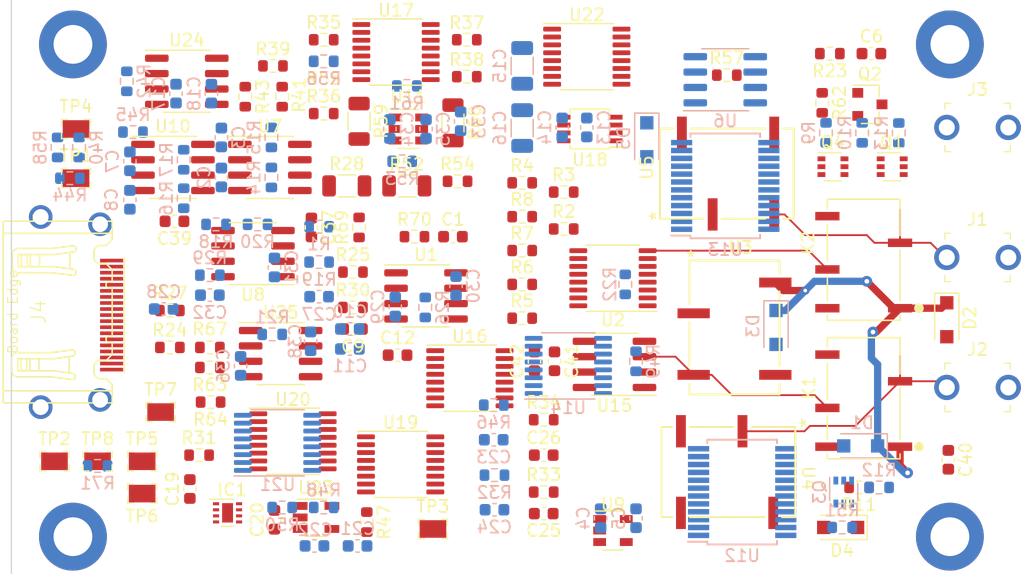
<source format=kicad_pcb>
(kicad_pcb (version 20171130) (host pcbnew "(5.1.9-0-10_14)")
  (layers (0 Top signal) (1 Route2 power hide) (2 Route3 mixed hide) (3 Route14 mixed hide) (4 Route15 mixed hide) (31 Bottom signal) (34 B.Paste user hide) (35 F.Paste user hide) (36 B.SilkS user) (37 F.SilkS user) (38 B.Mask user hide) (39 F.Mask user hide) (44 Edge.Cuts user hide))
  (net 0 "")
  (net 1 GND)
  (net 2 "Net-(U1-Pad8)")
  (net 3 "Net-(U1-Pad5)")
  (net 4 "Net-(U1-Pad1)")
  (net 5 "Net-(R36-Pad2)")
  (net 6 "Net-(K1-Pad5)")
  (net 7 "Net-(K2-Pad5)")
  (net 8 "Net-(Q1-Pad5)")
  (net 9 "Net-(Q3-Pad2)")
  (net 10 "Net-(Q3-Pad5)")
  (net 11 /bath_clamp_v1_1/P1_E)
  (net 12 +5V)
  (net 13 "Net-(D2-Pad2)")
  (net 14 "Net-(D3-Pad2)")
  (net 15 /bath_clamp_v1_1/P1_CAL)
  (net 16 "Net-(D5-Pad2)")
  (net 17 +15V)
  (net 18 -15V)
  (net 19 /bath_clamp_v1_1/A1)
  (net 20 /bath_clamp_v1_1/A2)
  (net 21 /bath_clamp_v1_1/EN)
  (net 22 /bath_clamp_v1_1/A0)
  (net 23 /bath_clamp_v1_1/AMP_OUT)
  (net 24 /bath_clamp_v1_1/P2)
  (net 25 -2V5)
  (net 26 +3V3)
  (net 27 "Net-(C6-Pad2)")
  (net 28 "Net-(C6-Pad1)")
  (net 29 +7V)
  (net 30 "Net-(C9-Pad2)")
  (net 31 "Net-(C10-Pad2)")
  (net 32 "Net-(C11-Pad2)")
  (net 33 "Net-(C12-Pad2)")
  (net 34 "Net-(C19-Pad2)")
  (net 35 "Net-(C23-Pad2)")
  (net 36 "Net-(C23-Pad1)")
  (net 37 "Net-(C24-Pad2)")
  (net 38 "Net-(C25-Pad2)")
  (net 39 "Net-(C26-Pad2)")
  (net 40 "Net-(IC1-Pad7)")
  (net 41 /SDA)
  (net 42 /SCL)
  (net 43 "Net-(IC1-Pad1)")
  (net 44 "Net-(Q4-Pad2)")
  (net 45 "Net-(Q4-Pad5)")
  (net 46 "Net-(R2-Pad2)")
  (net 47 "Net-(R3-Pad2)")
  (net 48 "Net-(R4-Pad2)")
  (net 49 "Net-(R5-Pad2)")
  (net 50 "Net-(R6-Pad2)")
  (net 51 "Net-(R7-Pad2)")
  (net 52 "Net-(R8-Pad2)")
  (net 53 /bath_clamp_v1_1/P2_CAL_CTRL)
  (net 54 /bath_clamp_v1_1/P2_E_CTRL)
  (net 55 /bath_clamp_v1_1/P1_CAL_CTRL)
  (net 56 /bath_clamp_v1_1/P1_E_CTRL)
  (net 57 /bath_clamp_v1_1/PCLAMP_CTRL)
  (net 58 "Net-(R14-Pad1)")
  (net 59 "Net-(R16-Pad1)")
  (net 60 /bath_clamp_v1_1/CC)
  (net 61 /bath_clamp_v1_1/CMD)
  (net 62 "Net-(R26-Pad1)")
  (net 63 "Net-(R35-Pad2)")
  (net 64 "Net-(R35-Pad1)")
  (net 65 "Net-(R37-Pad2)")
  (net 66 "Net-(R38-Pad2)")
  (net 67 "Net-(R39-Pad1)")
  (net 68 "Net-(R40-Pad1)")
  (net 69 "Net-(R41-Pad2)")
  (net 70 "Net-(R42-Pad1)")
  (net 71 "Net-(R43-Pad2)")
  (net 72 /bath_clamp_v1_1/OUT_P)
  (net 73 /bath_clamp_v1_1/OUT_N)
  (net 74 "Net-(R47-Pad1)")
  (net 75 "Net-(R49-Pad2)")
  (net 76 "Net-(H1-Pad1)")
  (net 77 /bath_clamp_v1_1/CAL_SIG2)
  (net 78 /bath_clamp_v1_1/CAL_SIG1)
  (net 79 "Net-(U6-Pad7)")
  (net 80 "Net-(U7-Pad8)")
  (net 81 "Net-(U7-Pad5)")
  (net 82 "Net-(U9-Pad3)")
  (net 83 "Net-(U10-Pad6)")
  (net 84 "Net-(U10-Pad5)")
  (net 85 /bath_clamp_v1_1/G3)
  (net 86 /bath_clamp_v1_1/G2)
  (net 87 /bath_clamp_v1_1/G1)
  (net 88 /bath_clamp_v1_1/CCOMP4)
  (net 89 /bath_clamp_v1_1/CCOMP3)
  (net 90 /bath_clamp_v1_1/CCOMP2)
  (net 91 /bath_clamp_v1_1/CCOMP1)
  (net 92 /bath_clamp_v1_1/DAC_SEL4)
  (net 93 /bath_clamp_v1_1/DAC_SEL3)
  (net 94 /bath_clamp_v1_1/DAC_SEL2)
  (net 95 /bath_clamp_v1_1/DAC_SEL1)
  (net 96 /bath_clamp_v1_1/ADC_SEL4)
  (net 97 /bath_clamp_v1_1/ADC_SEL3)
  (net 98 /bath_clamp_v1_1/ADC_SEL2)
  (net 99 /bath_clamp_v1_1/ADC_SEL1)
  (net 100 "Net-(U12-Pad1)")
  (net 101 /bath_clamp_v1_1/RF4)
  (net 102 /bath_clamp_v1_1/RF3)
  (net 103 /bath_clamp_v1_1/RF2)
  (net 104 /bath_clamp_v1_1/RF1)
  (net 105 "Net-(U13-Pad1)")
  (net 106 "Net-(U15-Pad8)")
  (net 107 "Net-(U15-Pad5)")
  (net 108 "Net-(U15-Pad1)")
  (net 109 "Net-(U16-Pad12)")
  (net 110 "Net-(U17-Pad10)")
  (net 111 /bath_clamp_v1_1/VCM)
  (net 112 /bath_clamp_v1_1/CAL_ADC)
  (net 113 "Net-(U20-Pad12)")
  (net 114 "Net-(U21-Pad12)")
  (net 115 /bath_clamp_v1_1/CAL_DAC)
  (net 116 "Net-(H3-Pad1)")
  (net 117 "Net-(H7-Pad1)")
  (net 118 /bath_clamp_v1_1/RF_1)
  (net 119 "Net-(C27-Pad2)")
  (net 120 "Net-(C27-Pad1)")
  (net 121 "Net-(C28-Pad2)")
  (net 122 "Net-(C28-Pad1)")
  (net 123 "Net-(C33-Pad2)")
  (net 124 "Net-(C33-Pad1)")
  (net 125 /bath_clamp_v1_1/P1_BUF)
  (net 126 "Net-(R1-Pad1)")
  (net 127 "Net-(R20-Pad2)")
  (net 128 "Net-(R20-Pad1)")
  (net 129 "Net-(R39-Pad2)")
  (net 130 "Net-(R40-Pad2)")
  (net 131 "Net-(R52-Pad1)")
  (net 132 /bath_clamp_v1_1/adc_driver/G4)
  (net 133 "Net-(R57-Pad1)")
  (net 134 /bath_clamp_v1_1/FDBK)
  (net 135 /bath_clamp_v1_1/RF_1_OUT)
  (net 136 /bath_clamp_v1_1/S2)
  (net 137 /bath_clamp_v1_1/S1)
  (net 138 /bath_clamp_v1_1/INAMP_OUT)
  (net 139 "Net-(U18-Pad1)")
  (net 140 "Net-(U19-Pad16)")
  (net 141 "Net-(U19-Pad15)")
  (net 142 "Net-(U19-Pad14)")
  (net 143 /bath_clamp_v1_1/CAL_OUT)
  (net 144 "Net-(U19-Pad8)")
  (net 145 "Net-(U19-Pad7)")
  (net 146 "Net-(U22-Pad16)")
  (net 147 "Net-(U22-Pad15)")
  (net 148 "Net-(U22-Pad14)")
  (net 149 "Net-(U22-Pad8)")
  (net 150 "Net-(U22-Pad7)")
  (net 151 "Net-(J4-Pad14)")
  (net 152 "Net-(Q2-Pad3)")
  (net 153 "Net-(Q2-Pad1)")
  (net 154 "Net-(R28-Pad1)")
  (net 155 /bath_clamp_v1_1/howland_ipump/I_OUT)
  (net 156 /bath_clamp_v1_1/EN_IPUMP)
  (net 157 "Net-(C37-Pad1)")
  (net 158 /bath_clamp_v1_1/CMD_BUF)
  (net 159 "Net-(R63-Pad1)")
  (net 160 "Net-(H5-Pad1)")
  (net 161 "Net-(C1-Pad1)")
  (net 162 "Net-(U25-Pad7)")
  (net 163 /bath_clamp_v1_1/V_GND)
  (net 164 /bath_clamp_v1_1/P2_OUT)
  (net 165 /bath_clamp_v1_1/P1_OUT)
  (net 166 /bath_clamp_v1_1/P1)
  (net 167 /bath_clamp_v1_1/F_MUX_OUT)
  (module Package_SO:TSSOP-16_4.4x5mm_P0.65mm (layer Bottom) (at 59.944 30.353)
    (fp_text reference U14 (at 0 3.45) (layer B.SilkS) (effects (justify mirror)))
    (fp_text value DG412xUE)
    (pad 16 smd roundrect (at 2.8625 2.275) (size 1.475 0.4) (layers Bottom B.Paste B.Mask) (net 101 /bath_clamp_v1_1/RF4))
    (pad 15 smd roundrect (at 2.8625 1.625) (size 1.475 0.4) (layers Bottom B.Paste B.Mask) (net 125 /bath_clamp_v1_1/P1_BUF))
    (pad 14 smd roundrect (at 2.8625 0.975) (size 1.475 0.4) (layers Bottom B.Paste B.Mask) (net 39 "Net-(C26-Pad2)"))
    (pad 13 smd roundrect (at 2.8625 0.325) (size 1.475 0.4) (layers Bottom B.Paste B.Mask) (net 17 +15V))
    (pad 12 smd roundrect (at 2.8625 -0.325) (size 1.475 0.4) (layers Bottom B.Paste B.Mask) (net 26 +3V3))
    (pad 11 smd roundrect (at 2.8625 -0.975) (size 1.475 0.4) (layers Bottom B.Paste B.Mask) (net 38 "Net-(C25-Pad2)"))
    (pad 10 smd roundrect (at 2.8625 -1.625) (size 1.475 0.4) (layers Bottom B.Paste B.Mask) (net 125 /bath_clamp_v1_1/P1_BUF))
    (pad 9 smd roundrect (at 2.8625 -2.275) (size 1.475 0.4) (layers Bottom B.Paste B.Mask) (net 102 /bath_clamp_v1_1/RF3))
    (pad 8 smd roundrect (at -2.8625 -2.275) (size 1.475 0.4) (layers Bottom B.Paste B.Mask) (net 103 /bath_clamp_v1_1/RF2))
    (pad 7 smd roundrect (at -2.8625 -1.625) (size 1.475 0.4) (layers Bottom B.Paste B.Mask) (net 37 "Net-(C24-Pad2)"))
    (pad 6 smd roundrect (at -2.8625 -0.975) (size 1.475 0.4) (layers Bottom B.Paste B.Mask) (net 125 /bath_clamp_v1_1/P1_BUF))
    (pad 5 smd roundrect (at -2.8625 -0.325) (size 1.475 0.4) (layers Bottom B.Paste B.Mask) (net 1 GND))
    (pad 4 smd roundrect (at -2.8625 0.325) (size 1.475 0.4) (layers Bottom B.Paste B.Mask) (net 18 -15V))
    (pad 3 smd roundrect (at -2.8625 0.975) (size 1.475 0.4) (layers Bottom B.Paste B.Mask) (net 35 "Net-(C23-Pad2)"))
    (pad 2 smd roundrect (at -2.8625 1.625) (size 1.475 0.4) (layers Bottom B.Paste B.Mask) (net 125 /bath_clamp_v1_1/P1_BUF))
    (pad 1 smd roundrect (at -2.8625 2.275) (size 1.475 0.4) (layers Bottom B.Paste B.Mask) (net 104 /bath_clamp_v1_1/RF1))
  )
  (module Capacitor_SMD:C_0603_1608Metric (layer Top) (at 57.15 29.972 90)
    (fp_text reference C42 (at 0 -1.43 270) (layer F.SilkS))
    (fp_text value 0.1u)
    (pad 2 smd roundrect (at 0.775 0 90) (size 0.9 0.95) (layers Top F.Paste F.Mask) (net 1 GND))
    (pad 1 smd roundrect (at -0.775 0 90) (size 0.9 0.95) (layers Top F.Paste F.Mask) (net 18 -15V))
  )
  (module Capacitor_SMD:C_0603_1608Metric (layer Top) (at 58.801 29.972 270)
    (fp_text reference C41 (at 0 -1.43 270) (layer F.SilkS))
    (fp_text value 0.1u)
    (pad 2 smd roundrect (at 0.775 0 270) (size 0.9 0.95) (layers Top F.Paste F.Mask) (net 17 +15V))
    (pad 1 smd roundrect (at -0.775 0 270) (size 0.9 0.95) (layers Top F.Paste F.Mask) (net 1 GND))
  )
  (module Capacitor_SMD:C_0603_1608Metric (layer Top) (at 91.313 38.1 270)
    (fp_text reference C40 (at 0 -1.43 90) (layer F.SilkS))
    (fp_text value 0.1u)
    (pad 2 smd roundrect (at 0.775 0 270) (size 0.9 0.95) (layers Top F.Paste F.Mask) (net 12 +5V))
    (pad 1 smd roundrect (at -0.775 0 270) (size 0.9 0.95) (layers Top F.Paste F.Mask) (net 1 GND))
  )
  (module Capacitor_SMD:C_0603_1608Metric (layer Top) (at 27.432 18.415 180)
    (fp_text reference C39 (at 0 -1.43) (layer F.SilkS))
    (fp_text value 0.1u)
    (pad 2 smd roundrect (at 0.775 0 180) (size 0.9 0.95) (layers Top F.Paste F.Mask) (net 12 +5V))
    (pad 1 smd roundrect (at -0.775 0 180) (size 0.9 0.95) (layers Top F.Paste F.Mask) (net 1 GND))
  )
  (module covg-kicad:CONN_10029449-111RLF_HDMI_A (layer Top) (at 18.288 25.908 270)
    (fp_text reference J4 (at 0 2.08 90) (layer F.SilkS) (effects (font (size 1.2065 1.2065) (thickness 0.09652))))
    (fp_text value HDMI_A hide)
    (fp_text user "Board Edge" (at 0 4.2 90) (layer F.SilkS) (effects (font (size 0.8 0.8) (thickness 0.1))))
    (pad SH thru_hole circle (at -7.85 1.9 270) (size 1.95 1.95) (drill 1.3) (layers *.Cu *.Mask) (net 1 GND))
    (pad SH thru_hole circle (at 7.85 1.9 270) (size 1.95 1.95) (drill 1.3) (layers *.Cu *.Mask) (net 1 GND))
    (pad SH thru_hole circle (at 7.25 -3 270) (size 1.95 1.95) (drill 1.3) (layers *.Cu *.Mask) (net 1 GND))
    (pad SH thru_hole circle (at -7.25 -3 270) (size 1.95 1.95) (drill 1.3) (layers *.Cu *.Mask) (net 1 GND))
    (pad 19 smd rect (at -4.25 -3.95 270) (size 0.3 1.9) (layers Top F.Paste F.Mask) (net 23 /bath_clamp_v1_1/AMP_OUT))
    (pad 18 smd rect (at -3.75 -3.95 270) (size 0.3 1.9) (layers Top F.Paste F.Mask) (net 12 +5V))
    (pad 17 smd rect (at -3.25 -3.95 270) (size 0.3 1.9) (layers Top F.Paste F.Mask) (net 1 GND))
    (pad 16 smd rect (at -2.75 -3.95 270) (size 0.3 1.9) (layers Top F.Paste F.Mask) (net 42 /SCL))
    (pad 15 smd rect (at -2.25 -3.95 270) (size 0.3 1.9) (layers Top F.Paste F.Mask) (net 41 /SDA))
    (pad 14 smd rect (at -1.75 -3.95 270) (size 0.3 1.9) (layers Top F.Paste F.Mask) (net 151 "Net-(J4-Pad14)"))
    (pad 13 smd rect (at -1.25 -3.95 270) (size 0.3 1.9) (layers Top F.Paste F.Mask) (net 18 -15V))
    (pad 12 smd rect (at -0.75 -3.95 270) (size 0.3 1.9) (layers Top F.Paste F.Mask) (net 111 /bath_clamp_v1_1/VCM))
    (pad 11 smd rect (at -0.25 -3.95 270) (size 0.3 1.9) (layers Top F.Paste F.Mask) (net 1 GND))
    (pad 1 smd rect (at 4.75 -3.95 270) (size 0.3 1.9) (layers Top F.Paste F.Mask) (net 61 /bath_clamp_v1_1/CMD))
    (pad 2 smd rect (at 4.25 -3.95 270) (size 0.3 1.9) (layers Top F.Paste F.Mask) (net 1 GND))
    (pad 3 smd rect (at 3.75 -3.95 270) (size 0.3 1.9) (layers Top F.Paste F.Mask) (net 115 /bath_clamp_v1_1/CAL_DAC))
    (pad 4 smd rect (at 3.25 -3.95 270) (size 0.3 1.9) (layers Top F.Paste F.Mask) (net 72 /bath_clamp_v1_1/OUT_P))
    (pad 5 smd rect (at 2.75 -3.95 270) (size 0.3 1.9) (layers Top F.Paste F.Mask) (net 1 GND))
    (pad 6 smd rect (at 2.25 -3.95 270) (size 0.3 1.9) (layers Top F.Paste F.Mask) (net 73 /bath_clamp_v1_1/OUT_N))
    (pad 7 smd rect (at 1.75 -3.95 270) (size 0.3 1.9) (layers Top F.Paste F.Mask) (net 60 /bath_clamp_v1_1/CC))
    (pad 8 smd rect (at 1.25 -3.95 270) (size 0.3 1.9) (layers Top F.Paste F.Mask) (net 1 GND))
    (pad 9 smd rect (at 0.75 -3.95 270) (size 0.3 1.9) (layers Top F.Paste F.Mask) (net 112 /bath_clamp_v1_1/CAL_ADC))
    (pad 10 smd rect (at 0.25 -3.95 270) (size 0.3 1.9) (layers Top F.Paste F.Mask) (net 17 +15V))
  )
  (module digikey-footprints:Test_Jack_Horiz (layer Top) (at 93.726 10.668)
    (fp_text reference J3 (at 0 -3.13) (layer F.SilkS))
    (fp_text value 105-1103-001)
    (pad 1 thru_hole circle (at 2.54 0) (size 2.0828 2.0828) (drill 1.3208) (layers *.Cu *.Mask) (net 27 "Net-(C6-Pad2)"))
    (pad 1 thru_hole circle (at -2.54 0) (size 2.0828 2.0828) (drill 1.3208) (layers *.Cu *.Mask) (net 27 "Net-(C6-Pad2)"))
  )
  (module digikey-footprints:Test_Jack_Horiz (layer Top) (at 93.726 32.131)
    (fp_text reference J2 (at 0 -3.13) (layer F.SilkS))
    (fp_text value 105-1103-001)
    (pad 1 thru_hole circle (at 2.54 0) (size 2.0828 2.0828) (drill 1.3208) (layers *.Cu *.Mask) (net 165 /bath_clamp_v1_1/P1_OUT))
    (pad 1 thru_hole circle (at -2.54 0) (size 2.0828 2.0828) (drill 1.3208) (layers *.Cu *.Mask) (net 165 /bath_clamp_v1_1/P1_OUT))
  )
  (module digikey-footprints:Test_Jack_Horiz (layer Top) (at 93.726 21.3995)
    (fp_text reference J1 (at 0 -3.13) (layer F.SilkS))
    (fp_text value 105-1103-001)
    (pad 1 thru_hole circle (at 2.54 0) (size 2.0828 2.0828) (drill 1.3208) (layers *.Cu *.Mask) (net 164 /bath_clamp_v1_1/P2_OUT))
    (pad 1 thru_hole circle (at -2.54 0) (size 2.0828 2.0828) (drill 1.3208) (layers *.Cu *.Mask) (net 164 /bath_clamp_v1_1/P2_OUT))
  )
  (module digikey-footprints:PROBE_PAD_0805 (layer Top) (at 21.082 38.227)
    (fp_text reference TP8 (at 0 -1.86) (layer F.SilkS))
    (fp_text value RCT-0C)
    (pad 1 smd rect (at 0 0) (size 2.2 1.45) (layers Top F.Paste F.Mask) (net 41 /SDA))
  )
  (module digikey-footprints:PROBE_PAD_0805 (layer Top) (at 26.289 34.163)
    (fp_text reference TP7 (at 0 -1.86) (layer F.SilkS))
    (fp_text value RCT-0C)
    (pad 1 smd rect (at 0 0) (size 2.2 1.45) (layers Top F.Paste F.Mask) (net 23 /bath_clamp_v1_1/AMP_OUT))
  )
  (module digikey-footprints:PROBE_PAD_0805 (layer Top) (at 24.765 40.894 180)
    (fp_text reference TP6 (at 0 -1.86) (layer F.SilkS))
    (fp_text value RCT-0C)
    (pad 1 smd rect (at 0 0 180) (size 2.2 1.45) (layers Top F.Paste F.Mask) (net 42 /SCL))
  )
  (module digikey-footprints:PROBE_PAD_0805 (layer Top) (at 24.765 38.227)
    (fp_text reference TP5 (at 0 -1.86) (layer F.SilkS))
    (fp_text value RCT-0C)
    (pad 1 smd rect (at 0 0) (size 2.2 1.45) (layers Top F.Paste F.Mask) (net 61 /bath_clamp_v1_1/CMD))
  )
  (module digikey-footprints:PROBE_PAD_0805 (layer Top) (at 19.304 10.795)
    (fp_text reference TP4 (at 0 -1.86) (layer F.SilkS))
    (fp_text value RCT-0C)
    (pad 1 smd rect (at 0 0) (size 2.2 1.45) (layers Top F.Paste F.Mask) (net 1 GND))
  )
  (module digikey-footprints:PROBE_PAD_0805 (layer Top) (at 48.768 43.815)
    (fp_text reference TP3 (at 0 -1.86) (layer F.SilkS))
    (fp_text value RCT-0C)
    (pad 1 smd rect (at 0 0) (size 2.2 1.45) (layers Top F.Paste F.Mask) (net 134 /bath_clamp_v1_1/FDBK))
  )
  (module digikey-footprints:PROBE_PAD_0805 (layer Top) (at 17.526 38.227)
    (fp_text reference TP2 (at 0 -1.86) (layer F.SilkS))
    (fp_text value RCT-0C)
    (pad 1 smd rect (at 0 0) (size 2.2 1.45) (layers Top F.Paste F.Mask) (net 1 GND))
  )
  (module digikey-footprints:PROBE_PAD_0805 (layer Top) (at 19.304 14.859)
    (fp_text reference TP1 (at 0 -1.86) (layer F.SilkS))
    (fp_text value RCT-0C)
    (pad 1 smd rect (at 0 0) (size 2.2 1.45) (layers Top F.Paste F.Mask) (net 151 "Net-(J4-Pad14)"))
  )
  (module Resistor_SMD:R_0603_1608Metric (layer Top) (at 29.464 37.719)
    (fp_text reference R31 (at 0 -1.43) (layer F.SilkS))
    (fp_text value 10k)
    (pad 2 smd roundrect (at 0.825 0) (size 0.8 0.95) (layers Top F.Paste F.Mask) (net 1 GND))
    (pad 1 smd roundrect (at -0.825 0) (size 0.8 0.95) (layers Top F.Paste F.Mask) (net 43 "Net-(IC1-Pad1)"))
  )
  (module covg-kicad:WSON-8-1EP_2x2mm_P0.5mm_EP0.9x1.6mm_posMask (layer Top) (at 31.8135 42.4815)
    (fp_text reference IC1 (at 0.38 -1.9) (layer F.SilkS))
    (fp_text value DAC53401DSGR)
    (pad 3 smd rect (at -0.95 0.25) (size 0.5 0.25) (layers Top F.Paste F.Mask) (net 41 /SDA))
    (pad 7 smd rect (at 0.95 -0.25) (size 0.5 0.25) (layers Top F.Paste F.Mask) (net 40 "Net-(IC1-Pad7)"))
    (pad 8 smd rect (at 0.95 -0.75) (size 0.5 0.25) (layers Top F.Paste F.Mask) (net 40 "Net-(IC1-Pad7)"))
    (pad 9 smd rect (at 0 0) (size 0.9 1.6) (layers Top F.Mask) (net 1 GND))
    (pad 1 smd rect (at -0.95 -0.75) (size 0.5 0.25) (layers Top F.Paste F.Mask) (net 43 "Net-(IC1-Pad1)"))
    (pad 2 smd rect (at -0.95 -0.25) (size 0.5 0.25) (layers Top F.Paste F.Mask) (net 42 /SCL))
    (pad 4 smd rect (at -0.95 0.75) (size 0.5 0.25) (layers Top F.Paste F.Mask) (net 34 "Net-(C19-Pad2)"))
    (pad 5 smd rect (at 0.95 0.75) (size 0.5 0.25) (layers Top F.Paste F.Mask) (net 1 GND))
    (pad 6 smd rect (at 0.95 0.25) (size 0.5 0.25) (layers Top F.Paste F.Mask) (net 12 +5V))
  )
  (module Capacitor_SMD:C_0603_1608Metric (layer Top) (at 35.687 43.053 90)
    (fp_text reference C20 (at 0 -1.43 90) (layer F.SilkS))
    (fp_text value 0.1u)
    (pad 2 smd roundrect (at 0.775 0 90) (size 0.9 0.95) (layers Top F.Paste F.Mask) (net 12 +5V))
    (pad 1 smd roundrect (at -0.775 0 90) (size 0.9 0.95) (layers Top F.Paste F.Mask) (net 1 GND))
  )
  (module Capacitor_SMD:C_0603_1608Metric (layer Top) (at 28.702 40.513 90)
    (fp_text reference C19 (at 0 -1.43 90) (layer F.SilkS))
    (fp_text value 2.2u)
    (pad 2 smd roundrect (at 0.775 0 90) (size 0.9 0.95) (layers Top F.Paste F.Mask) (net 34 "Net-(C19-Pad2)"))
    (pad 1 smd roundrect (at -0.775 0 90) (size 0.9 0.95) (layers Top F.Paste F.Mask) (net 1 GND))
  )
  (module covg-kicad:G6L-1F-TR-DC5 (layer Top) (at 73.025 14.478 90)
    (fp_text reference U5 (at 0.5 -6.6 90) (layer F.SilkS))
    (fp_text value G6L-1F-TR-DC5)
    (fp_text user * (at -3.5052 -5.7912 90) (layer F.SilkS))
    (pad 2 smd rect (at -3.370001 -1.167501 90) (size 2.667 0.8128) (layers Top F.Paste F.Mask) (net 77 /bath_clamp_v1_1/CAL_SIG2))
    (pad 4 smd rect (at -3.370001 3.912499 90) (size 2.667 0.8128) (layers Top F.Paste F.Mask) (net 164 /bath_clamp_v1_1/P2_OUT))
    (pad 5 smd rect (at 3.370001 3.912499 90) (size 2.667 0.8128) (layers Top F.Paste F.Mask) (net 16 "Net-(D5-Pad2)"))
    (pad 8 smd rect (at 3.370001 -3.707501 90) (size 2.667 0.8128) (layers Top F.Paste F.Mask) (net 12 +5V))
  )
  (module Resistor_SMD:R_0603_1608Metric (layer Top) (at 42.164 25.527)
    (fp_text reference R30 (at 0 -1.43) (layer F.SilkS))
    (fp_text value 20k)
    (pad 2 smd roundrect (at 0.825 0) (size 0.8 0.95) (layers Top F.Paste F.Mask) (net 163 /bath_clamp_v1_1/V_GND))
    (pad 1 smd roundrect (at -0.825 0) (size 0.8 0.95) (layers Top F.Paste F.Mask) (net 167 /bath_clamp_v1_1/F_MUX_OUT))
  )
  (module Resistor_SMD:R_0603_1608Metric (layer Top) (at 27.051 25.781)
    (fp_text reference R27 (at 0 -1.43) (layer F.SilkS))
    (fp_text value 0)
    (pad 2 smd roundrect (at 0.825 0) (size 0.8 0.95) (layers Top F.Paste F.Mask) (net 122 "Net-(C28-Pad1)"))
    (pad 1 smd roundrect (at -0.825 0) (size 0.8 0.95) (layers Top F.Paste F.Mask) (net 121 "Net-(C28-Pad2)"))
  )
  (module Resistor_SMD:R_0603_1608Metric (layer Bottom) (at 48.133 25.527 90)
    (fp_text reference R26 (at 0 1.43 90) (layer B.SilkS) (effects (justify mirror)))
    (fp_text value 0)
    (pad 2 smd roundrect (at 0.825 0 90) (size 0.8 0.95) (layers Bottom B.Paste B.Mask) (net 1 GND))
    (pad 1 smd roundrect (at -0.825 0 90) (size 0.8 0.95) (layers Bottom B.Paste B.Mask) (net 62 "Net-(R26-Pad1)"))
  )
  (module Resistor_SMD:R_0603_1608Metric (layer Top) (at 42.164 22.606)
    (fp_text reference R25 (at 0 -1.43) (layer F.SilkS))
    (fp_text value 20k)
    (pad 2 smd roundrect (at 0.825 0) (size 0.8 0.95) (layers Top F.Paste F.Mask) (net 163 /bath_clamp_v1_1/V_GND))
    (pad 1 smd roundrect (at -0.825 0) (size 0.8 0.95) (layers Top F.Paste F.Mask) (net 158 /bath_clamp_v1_1/CMD_BUF))
  )
  (module Resistor_SMD:R_0603_1608Metric (layer Top) (at 27.051 28.829)
    (fp_text reference R24 (at 0 -1.43) (layer F.SilkS))
    (fp_text value 33)
    (pad 2 smd roundrect (at 0.825 0) (size 0.8 0.95) (layers Top F.Paste F.Mask) (net 121 "Net-(C28-Pad2)"))
    (pad 1 smd roundrect (at -0.825 0) (size 0.8 0.95) (layers Top F.Paste F.Mask) (net 112 /bath_clamp_v1_1/CAL_ADC))
  )
  (module Resistor_SMD:R_0603_1608Metric (layer Top) (at 81.534 4.572 180)
    (fp_text reference R23 (at 0 -1.43) (layer F.SilkS))
    (fp_text value 0)
    (pad 2 smd roundrect (at 0.825 0 180) (size 0.8 0.95) (layers Top F.Paste F.Mask) (net 60 /bath_clamp_v1_1/CC))
    (pad 1 smd roundrect (at -0.825 0 180) (size 0.8 0.95) (layers Top F.Paste F.Mask) (net 28 "Net-(C6-Pad1)"))
  )
  (module Resistor_SMD:R_0603_1608Metric (layer Bottom) (at 64.643 23.622 90)
    (fp_text reference R22 (at 0 -1.27 90) (layer B.SilkS) (effects (justify mirror)))
    (fp_text value 10k)
    (pad 2 smd roundrect (at 0.825 0 90) (size 0.8 0.95) (layers Bottom B.Paste B.Mask) (net 12 +5V))
    (pad 1 smd roundrect (at -0.825 0 90) (size 0.8 0.95) (layers Bottom B.Paste B.Mask) (net 21 /bath_clamp_v1_1/EN))
  )
  (module Resistor_SMD:R_0603_1608Metric (layer Bottom) (at 35.4965 27.7495 180)
    (fp_text reference R21 (at 0 1.43) (layer B.SilkS) (effects (justify mirror)))
    (fp_text value 2k)
    (pad 2 smd roundrect (at 0.825 0 180) (size 0.8 0.95) (layers Bottom B.Paste B.Mask) (net 1 GND))
    (pad 1 smd roundrect (at -0.825 0 180) (size 0.8 0.95) (layers Bottom B.Paste B.Mask) (net 120 "Net-(C27-Pad1)"))
  )
  (module Resistor_SMD:R_0603_1608Metric (layer Bottom) (at 39.37 21.7805)
    (fp_text reference R19 (at 0 1.43) (layer B.SilkS) (effects (justify mirror)))
    (fp_text value 20k)
    (pad 2 smd roundrect (at 0.825 0) (size 0.8 0.95) (layers Bottom B.Paste B.Mask) (net 120 "Net-(C27-Pad1)"))
    (pad 1 smd roundrect (at -0.825 0) (size 0.8 0.95) (layers Bottom B.Paste B.Mask) (net 119 "Net-(C27-Pad2)"))
  )
  (module Resistor_SMD:R_0603_1608Metric (layer Bottom) (at 30.861 18.669)
    (fp_text reference R18 (at 0 1.43) (layer B.SilkS) (effects (justify mirror)))
    (fp_text value 33)
    (pad 2 smd roundrect (at 0.825 0) (size 0.8 0.95) (layers Bottom B.Paste B.Mask) (net 119 "Net-(C27-Pad2)"))
    (pad 1 smd roundrect (at -0.825 0) (size 0.8 0.95) (layers Bottom B.Paste B.Mask) (net 23 /bath_clamp_v1_1/AMP_OUT))
  )
  (module Resistor_SMD:R_0603_1608Metric (layer Bottom) (at 85.598 40.386 180)
    (fp_text reference R12 (at 0 1.43) (layer B.SilkS) (effects (justify mirror)))
    (fp_text value 10k)
    (pad 2 smd roundrect (at 0.825 0 180) (size 0.8 0.95) (layers Bottom B.Paste B.Mask) (net 10 "Net-(Q3-Pad5)"))
    (pad 1 smd roundrect (at -0.825 0 180) (size 0.8 0.95) (layers Bottom B.Paste B.Mask) (net 56 /bath_clamp_v1_1/P1_E_CTRL))
  )
  (module Resistor_SMD:R_0603_1608Metric (layer Top) (at 83.947 40.386 180)
    (fp_text reference R11 (at 0 -1.43) (layer F.SilkS))
    (fp_text value 10k)
    (pad 2 smd roundrect (at 0.825 0 180) (size 0.8 0.95) (layers Top F.Paste F.Mask) (net 9 "Net-(Q3-Pad2)"))
    (pad 1 smd roundrect (at -0.825 0 180) (size 0.8 0.95) (layers Top F.Paste F.Mask) (net 55 /bath_clamp_v1_1/P1_CAL_CTRL))
  )
  (module Resistor_SMD:R_0603_1608Metric (layer Top) (at 56.134 18.034)
    (fp_text reference R8 (at 0 -1.43) (layer F.SilkS))
    (fp_text value 10M)
    (pad 2 smd roundrect (at 0.825 0) (size 0.8 0.95) (layers Top F.Paste F.Mask) (net 52 "Net-(R8-Pad2)"))
    (pad 1 smd roundrect (at -0.825 0) (size 0.8 0.95) (layers Top F.Paste F.Mask) (net 118 /bath_clamp_v1_1/RF_1))
  )
  (module Resistor_SMD:R_0603_1608Metric (layer Top) (at 56.134 20.828)
    (fp_text reference R7 (at 0 -1.43) (layer F.SilkS))
    (fp_text value 3.32M)
    (pad 2 smd roundrect (at 0.825 0) (size 0.8 0.95) (layers Top F.Paste F.Mask) (net 51 "Net-(R7-Pad2)"))
    (pad 1 smd roundrect (at -0.825 0) (size 0.8 0.95) (layers Top F.Paste F.Mask) (net 118 /bath_clamp_v1_1/RF_1))
  )
  (module Resistor_SMD:R_0603_1608Metric (layer Top) (at 56.134 23.622)
    (fp_text reference R6 (at 0 -1.43) (layer F.SilkS))
    (fp_text value 1M)
    (pad 2 smd roundrect (at 0.825 0) (size 0.8 0.95) (layers Top F.Paste F.Mask) (net 50 "Net-(R6-Pad2)"))
    (pad 1 smd roundrect (at -0.825 0) (size 0.8 0.95) (layers Top F.Paste F.Mask) (net 118 /bath_clamp_v1_1/RF_1))
  )
  (module Resistor_SMD:R_0603_1608Metric (layer Top) (at 56.134 26.416)
    (fp_text reference R5 (at 0 -1.43) (layer F.SilkS))
    (fp_text value 332k)
    (pad 2 smd roundrect (at 0.825 0) (size 0.8 0.95) (layers Top F.Paste F.Mask) (net 49 "Net-(R5-Pad2)"))
    (pad 1 smd roundrect (at -0.825 0) (size 0.8 0.95) (layers Top F.Paste F.Mask) (net 118 /bath_clamp_v1_1/RF_1))
  )
  (module Resistor_SMD:R_0603_1608Metric (layer Top) (at 56.134 15.24)
    (fp_text reference R4 (at 0 -1.43) (layer F.SilkS))
    (fp_text value 100k)
    (pad 2 smd roundrect (at 0.825 0) (size 0.8 0.95) (layers Top F.Paste F.Mask) (net 48 "Net-(R4-Pad2)"))
    (pad 1 smd roundrect (at -0.825 0) (size 0.8 0.95) (layers Top F.Paste F.Mask) (net 118 /bath_clamp_v1_1/RF_1))
  )
  (module Resistor_SMD:R_0603_1608Metric (layer Top) (at 59.563 16.002)
    (fp_text reference R3 (at 0 -1.43) (layer F.SilkS))
    (fp_text value 33.2k)
    (pad 2 smd roundrect (at 0.825 0) (size 0.8 0.95) (layers Top F.Paste F.Mask) (net 47 "Net-(R3-Pad2)"))
    (pad 1 smd roundrect (at -0.825 0) (size 0.8 0.95) (layers Top F.Paste F.Mask) (net 118 /bath_clamp_v1_1/RF_1))
  )
  (module Resistor_SMD:R_0603_1608Metric (layer Top) (at 59.563 19.05)
    (fp_text reference R2 (at 0 -1.43) (layer F.SilkS))
    (fp_text value 10k)
    (pad 2 smd roundrect (at 0.825 0) (size 0.8 0.95) (layers Top F.Paste F.Mask) (net 46 "Net-(R2-Pad2)"))
    (pad 1 smd roundrect (at -0.825 0) (size 0.8 0.95) (layers Top F.Paste F.Mask) (net 118 /bath_clamp_v1_1/RF_1))
  )
  (module Diode_SMD:D_SOD-123F (layer Bottom) (at 66.421 11.684 270)
    (fp_text reference D5 (at -0.127 1.905 270) (layer B.SilkS) (effects (justify mirror)))
    (fp_text value 1N4007)
    (pad 2 smd rect (at 1.4 0 270) (size 1.1 1.1) (layers Bottom B.Paste B.Mask) (net 16 "Net-(D5-Pad2)"))
    (pad 1 smd rect (at -1.4 0 270) (size 1.1 1.1) (layers Bottom B.Paste B.Mask) (net 12 +5V))
  )
  (module Diode_SMD:D_SOD-123F (layer Top) (at 82.423 43.688 180)
    (fp_text reference D4 (at -0.127 -1.905) (layer F.SilkS))
    (fp_text value 1N4007)
    (pad 2 smd rect (at 1.4 0 180) (size 1.1 1.1) (layers Top F.Paste F.Mask) (net 15 /bath_clamp_v1_1/P1_CAL))
    (pad 1 smd rect (at -1.4 0 180) (size 1.1 1.1) (layers Top F.Paste F.Mask) (net 12 +5V))
  )
  (module Diode_SMD:D_SOD-123F (layer Bottom) (at 77.089 27.178 270)
    (fp_text reference D3 (at -0.127 1.905 90) (layer B.SilkS) (effects (justify mirror)))
    (fp_text value 1N4007)
    (pad 2 smd rect (at 1.4 0 270) (size 1.1 1.1) (layers Bottom B.Paste B.Mask) (net 14 "Net-(D3-Pad2)"))
    (pad 1 smd rect (at -1.4 0 270) (size 1.1 1.1) (layers Bottom B.Paste B.Mask) (net 12 +5V))
  )
  (module Diode_SMD:D_SOD-123F (layer Top) (at 91.186 26.543 270)
    (fp_text reference D2 (at -0.127 -1.905 90) (layer F.SilkS))
    (fp_text value 1N4007)
    (pad 2 smd rect (at 1.4 0 270) (size 1.1 1.1) (layers Top F.Paste F.Mask) (net 13 "Net-(D2-Pad2)"))
    (pad 1 smd rect (at -1.4 0 270) (size 1.1 1.1) (layers Top F.Paste F.Mask) (net 12 +5V))
  )
  (module Diode_SMD:D_SOD-123F (layer Bottom) (at 84.077 36.957 180)
    (fp_text reference D1 (at -0.127 1.905) (layer B.SilkS) (effects (justify mirror)))
    (fp_text value 1N4007)
    (pad 2 smd rect (at 1.4 0 180) (size 1.1 1.1) (layers Bottom B.Paste B.Mask) (net 11 /bath_clamp_v1_1/P1_E))
    (pad 1 smd rect (at -1.4 0 180) (size 1.1 1.1) (layers Bottom B.Paste B.Mask) (net 12 +5V))
  )
  (module Package_SO:SOIC-8_3.9x4.9mm_P1.27mm (layer Top) (at 36.195 29.337)
    (fp_text reference U25 (at 0 -3.4) (layer F.SilkS))
    (fp_text value OPA2156xD)
    (pad 8 smd roundrect (at 2.475 -1.905) (size 1.95 0.6) (layers Top F.Paste F.Mask) (net 17 +15V))
    (pad 7 smd roundrect (at 2.475 -0.635) (size 1.95 0.6) (layers Top F.Paste F.Mask) (net 162 "Net-(U25-Pad7)"))
    (pad 6 smd roundrect (at 2.475 0.635) (size 1.95 0.6) (layers Top F.Paste F.Mask) (net 1 GND))
    (pad 5 smd roundrect (at 2.475 1.905) (size 1.95 0.6) (layers Top F.Paste F.Mask) (net 1 GND))
    (pad 4 smd roundrect (at -2.475 1.905) (size 1.95 0.6) (layers Top F.Paste F.Mask) (net 18 -15V))
    (pad 3 smd roundrect (at -2.475 0.635) (size 1.95 0.6) (layers Top F.Paste F.Mask) (net 159 "Net-(R63-Pad1)"))
    (pad 2 smd roundrect (at -2.475 -0.635) (size 1.95 0.6) (layers Top F.Paste F.Mask) (net 158 /bath_clamp_v1_1/CMD_BUF))
    (pad 1 smd roundrect (at -2.475 -1.905) (size 1.95 0.6) (layers Top F.Paste F.Mask) (net 158 /bath_clamp_v1_1/CMD_BUF))
  )
  (module Package_SO:SOIC-8_3.9x4.9mm_P1.27mm (layer Top) (at 28.448 6.858)
    (fp_text reference U24 (at 0 -3.4) (layer F.SilkS))
    (fp_text value LMP8350MA_NOPB)
    (pad 8 smd roundrect (at 2.475 -1.905) (size 1.95 0.6) (layers Top F.Paste F.Mask) (net 67 "Net-(R39-Pad1)"))
    (pad 7 smd roundrect (at 2.475 -0.635) (size 1.95 0.6) (layers Top F.Paste F.Mask) (net 69 "Net-(R41-Pad2)"))
    (pad 6 smd roundrect (at 2.475 0.635) (size 1.95 0.6) (layers Top F.Paste F.Mask) (net 25 -2V5))
    (pad 5 smd roundrect (at 2.475 1.905) (size 1.95 0.6) (layers Top F.Paste F.Mask) (net 71 "Net-(R43-Pad2)"))
    (pad 4 smd roundrect (at -2.475 1.905) (size 1.95 0.6) (layers Top F.Paste F.Mask) (net 70 "Net-(R42-Pad1)"))
    (pad 3 smd roundrect (at -2.475 0.635) (size 1.95 0.6) (layers Top F.Paste F.Mask) (net 29 +7V))
    (pad 2 smd roundrect (at -2.475 -0.635) (size 1.95 0.6) (layers Top F.Paste F.Mask) (net 111 /bath_clamp_v1_1/VCM))
    (pad 1 smd roundrect (at -2.475 -1.905) (size 1.95 0.6) (layers Top F.Paste F.Mask) (net 130 "Net-(R40-Pad2)"))
  )
  (module Resistor_SMD:R_0603_1608Metric (layer Bottom) (at 21.082 38.608)
    (fp_text reference R71 (at 0 1.43) (layer B.SilkS) (effects (justify mirror)))
    (fp_text value 0)
    (pad 2 smd roundrect (at 0.825 0) (size 0.8 0.95) (layers Bottom B.Paste B.Mask) (net 1 GND))
    (pad 1 smd roundrect (at -0.825 0) (size 0.8 0.95) (layers Bottom B.Paste B.Mask) (net 160 "Net-(H5-Pad1)"))
  )
  (module Resistor_SMD:R_0603_1608Metric (layer Top) (at 42.672 18.923 90)
    (fp_text reference R69 (at 0 -1.43 90) (layer F.SilkS))
    (fp_text value DNI)
    (pad 2 smd roundrect (at 0.825 0 90) (size 0.8 0.95) (layers Top F.Paste F.Mask) (net 157 "Net-(C37-Pad1)"))
    (pad 1 smd roundrect (at -0.825 0 90) (size 0.8 0.95) (layers Top F.Paste F.Mask) (net 163 /bath_clamp_v1_1/V_GND))
  )
  (module Resistor_SMD:R_0603_1608Metric (layer Top) (at 30.353 28.829 180)
    (fp_text reference R67 (at 0 1.524) (layer F.SilkS))
    (fp_text value DNI)
    (pad 2 smd roundrect (at 0.825 0 180) (size 0.8 0.95) (layers Top F.Paste F.Mask) (net 159 "Net-(R63-Pad1)"))
    (pad 1 smd roundrect (at -0.825 0 180) (size 0.8 0.95) (layers Top F.Paste F.Mask) (net 158 /bath_clamp_v1_1/CMD_BUF))
  )
  (module Resistor_SMD:R_0603_1608Metric (layer Top) (at 47.244 19.685)
    (fp_text reference R70 (at 0 -1.43) (layer F.SilkS))
    (fp_text value DNI)
    (pad 2 smd roundrect (at 0.825 0) (size 0.8 0.95) (layers Top F.Paste F.Mask) (net 161 "Net-(C1-Pad1)"))
    (pad 1 smd roundrect (at -0.825 0) (size 0.8 0.95) (layers Top F.Paste F.Mask) (net 163 /bath_clamp_v1_1/V_GND))
  )
  (module Resistor_SMD:R_0603_1608Metric (layer Top) (at 30.353 30.48 180)
    (fp_text reference R63 (at 0 -1.43) (layer F.SilkS))
    (fp_text value 30k)
    (pad 2 smd roundrect (at 0.825 0 180) (size 0.8 0.95) (layers Top F.Paste F.Mask) (net 61 /bath_clamp_v1_1/CMD))
    (pad 1 smd roundrect (at -0.825 0 180) (size 0.8 0.95) (layers Top F.Paste F.Mask) (net 159 "Net-(R63-Pad1)"))
  )
  (module Capacitor_SMD:C_0603_1608Metric (layer Top) (at 38.735 18.923 270)
    (fp_text reference C37 (at 0 -1.43 90) (layer F.SilkS))
    (fp_text value DNI)
    (pad 2 smd roundrect (at 0.775 0 270) (size 0.9 0.95) (layers Top F.Paste F.Mask) (net 1 GND))
    (pad 1 smd roundrect (at -0.775 0 270) (size 0.9 0.95) (layers Top F.Paste F.Mask) (net 157 "Net-(C37-Pad1)"))
  )
  (module Package_TO_SOT_SMD:SOT-23-6 (layer Top) (at 46.736 10.795)
    (fp_text reference U11 (at 0 -2.667) (layer F.SilkS))
    (fp_text value OPA991S)
    (pad 5 smd rect (at 1.1 0) (size 1.06 0.65) (layers Top F.Paste F.Mask) (net 152 "Net-(Q2-Pad3)"))
    (pad 6 smd rect (at 1.1 -0.95) (size 1.06 0.65) (layers Top F.Paste F.Mask) (net 17 +15V))
    (pad 4 smd rect (at 1.1 0.95) (size 1.06 0.65) (layers Top F.Paste F.Mask) (net 124 "Net-(C33-Pad1)"))
    (pad 3 smd rect (at -1.1 0.95) (size 1.06 0.65) (layers Top F.Paste F.Mask) (net 155 /bath_clamp_v1_1/howland_ipump/I_OUT))
    (pad 2 smd rect (at -1.1 0) (size 1.06 0.65) (layers Top F.Paste F.Mask) (net 18 -15V))
    (pad 1 smd rect (at -1.1 -0.95) (size 1.06 0.65) (layers Top F.Paste F.Mask) (net 123 "Net-(C33-Pad2)"))
  )
  (module Resistor_SMD:R_0603_1608Metric (layer Top) (at 80.899 8.636 270)
    (fp_text reference R62 (at 0 -1.43 90) (layer F.SilkS))
    (fp_text value 10k)
    (pad 1 smd roundrect (at -0.825 0 270) (size 0.8 0.95) (layers Top F.Paste F.Mask) (net 153 "Net-(Q2-Pad1)"))
    (pad 2 smd roundrect (at 0.825 0 270) (size 0.8 0.95) (layers Top F.Paste F.Mask) (net 156 /bath_clamp_v1_1/EN_IPUMP))
  )
  (module Package_TO_SOT_SMD:SOT-363_SC-70-6 (layer Top) (at 81.788 13.9065)
    (fp_text reference Q4 (at 0 -2) (layer F.SilkS))
    (fp_text value MBT3904DW1T1G)
    (pad 6 smd rect (at 0.95 -0.65) (size 0.65 0.4) (layers Top F.Paste F.Mask) (net 16 "Net-(D5-Pad2)"))
    (pad 4 smd rect (at 0.95 0.65) (size 0.65 0.4) (layers Top F.Paste F.Mask) (net 1 GND))
    (pad 2 smd rect (at -0.95 0) (size 0.65 0.4) (layers Top F.Paste F.Mask) (net 44 "Net-(Q4-Pad2)"))
    (pad 5 smd rect (at 0.95 0) (size 0.65 0.4) (layers Top F.Paste F.Mask) (net 45 "Net-(Q4-Pad5)"))
    (pad 3 smd rect (at -0.95 0.65) (size 0.65 0.4) (layers Top F.Paste F.Mask) (net 13 "Net-(D2-Pad2)"))
    (pad 1 smd rect (at -0.95 -0.65) (size 0.65 0.4) (layers Top F.Paste F.Mask) (net 1 GND))
  )
  (module Package_SO:TSSOP-16_4.4x5mm_P0.65mm (layer Top) (at 51.816 31.369)
    (fp_text reference U16 (at 0 -3.45) (layer F.SilkS))
    (fp_text value TMUX6111PWR)
    (pad 16 smd roundrect (at 2.8625 -2.275) (size 1.475 0.4) (layers Top F.Paste F.Mask) (net 90 /bath_clamp_v1_1/CCOMP2))
    (pad 15 smd roundrect (at 2.8625 -1.625) (size 1.475 0.4) (layers Top F.Paste F.Mask) (net 31 "Net-(C10-Pad2)"))
    (pad 14 smd roundrect (at 2.8625 -0.975) (size 1.475 0.4) (layers Top F.Paste F.Mask) (net 167 /bath_clamp_v1_1/F_MUX_OUT))
    (pad 13 smd roundrect (at 2.8625 -0.325) (size 1.475 0.4) (layers Top F.Paste F.Mask) (net 17 +15V))
    (pad 12 smd roundrect (at 2.8625 0.325) (size 1.475 0.4) (layers Top F.Paste F.Mask) (net 109 "Net-(U16-Pad12)"))
    (pad 11 smd roundrect (at 2.8625 0.975) (size 1.475 0.4) (layers Top F.Paste F.Mask) (net 167 /bath_clamp_v1_1/F_MUX_OUT))
    (pad 10 smd roundrect (at 2.8625 1.625) (size 1.475 0.4) (layers Top F.Paste F.Mask) (net 32 "Net-(C11-Pad2)"))
    (pad 9 smd roundrect (at 2.8625 2.275) (size 1.475 0.4) (layers Top F.Paste F.Mask) (net 89 /bath_clamp_v1_1/CCOMP3))
    (pad 8 smd roundrect (at -2.8625 2.275) (size 1.475 0.4) (layers Top F.Paste F.Mask) (net 88 /bath_clamp_v1_1/CCOMP4))
    (pad 7 smd roundrect (at -2.8625 1.625) (size 1.475 0.4) (layers Top F.Paste F.Mask) (net 33 "Net-(C12-Pad2)"))
    (pad 6 smd roundrect (at -2.8625 0.975) (size 1.475 0.4) (layers Top F.Paste F.Mask) (net 167 /bath_clamp_v1_1/F_MUX_OUT))
    (pad 5 smd roundrect (at -2.8625 0.325) (size 1.475 0.4) (layers Top F.Paste F.Mask) (net 1 GND))
    (pad 4 smd roundrect (at -2.8625 -0.325) (size 1.475 0.4) (layers Top F.Paste F.Mask) (net 18 -15V))
    (pad 3 smd roundrect (at -2.8625 -0.975) (size 1.475 0.4) (layers Top F.Paste F.Mask) (net 167 /bath_clamp_v1_1/F_MUX_OUT))
    (pad 2 smd roundrect (at -2.8625 -1.625) (size 1.475 0.4) (layers Top F.Paste F.Mask) (net 30 "Net-(C9-Pad2)"))
    (pad 1 smd roundrect (at -2.8625 -2.275) (size 1.475 0.4) (layers Top F.Paste F.Mask) (net 91 /bath_clamp_v1_1/CCOMP1))
  )
  (module Capacitor_SMD:C_0603_1608Metric (layer Top) (at 57.912 37.719)
    (fp_text reference C26 (at 0 -1.43) (layer F.SilkS))
    (fp_text value 4p)
    (pad 2 smd roundrect (at 0.775 0) (size 0.9 0.95) (layers Top F.Paste F.Mask) (net 39 "Net-(C26-Pad2)"))
    (pad 1 smd roundrect (at -0.775 0) (size 0.9 0.95) (layers Top F.Paste F.Mask) (net 36 "Net-(C23-Pad1)"))
  )
  (module Resistor_SMD:R_0603_1608Metric (layer Bottom) (at 39.751 5.207)
    (fp_text reference R56 (at 0 1.43) (layer B.SilkS) (effects (justify mirror)))
    (fp_text value 10k)
    (pad 2 smd roundrect (at 0.825 0) (size 0.8 0.95) (layers Bottom B.Paste B.Mask) (net 132 /bath_clamp_v1_1/adc_driver/G4))
    (pad 1 smd roundrect (at -0.825 0) (size 0.8 0.95) (layers Bottom B.Paste B.Mask) (net 1 GND))
  )
  (module Resistor_SMD:R_1206_3216Metric (layer Top) (at 42.672 10.16 270)
    (fp_text reference R59 (at 0 -1.82 90) (layer F.SilkS))
    (fp_text value 4.7M)
    (pad 2 smd roundrect (at 1.4625 0 270) (size 1.125 1.75) (layers Top F.Paste F.Mask) (roundrect_rratio 0.222222) (net 155 /bath_clamp_v1_1/howland_ipump/I_OUT))
    (pad 1 smd roundrect (at -1.4625 0 270) (size 1.125 1.75) (layers Top F.Paste F.Mask) (roundrect_rratio 0.222222) (net 123 "Net-(C33-Pad2)"))
  )
  (module Resistor_SMD:R_1206_3216Metric (layer Top) (at 46.609 15.494 180)
    (fp_text reference R52 (at 0 1.778) (layer F.SilkS))
    (fp_text value 4.7M)
    (pad 2 smd roundrect (at 1.4625 0 180) (size 1.125 1.75) (layers Top F.Paste F.Mask) (roundrect_rratio 0.222222) (net 1 GND))
    (pad 1 smd roundrect (at -1.4625 0 180) (size 1.125 1.75) (layers Top F.Paste F.Mask) (roundrect_rratio 0.222222) (net 131 "Net-(R52-Pad1)"))
  )
  (module Package_SO:TSSOP-16_4.4x5mm_P0.65mm (layer Top) (at 46.101 38.481)
    (fp_text reference U19 (at 0 -3.45) (layer F.SilkS))
    (fp_text value TMUX6136PWR)
    (pad 16 smd roundrect (at 2.8625 -2.275) (size 1.475 0.4) (layers Top F.Paste F.Mask) (net 140 "Net-(U19-Pad16)"))
    (pad 15 smd roundrect (at 2.8625 -1.625) (size 1.475 0.4) (layers Top F.Paste F.Mask) (net 141 "Net-(U19-Pad15)"))
    (pad 14 smd roundrect (at 2.8625 -0.975) (size 1.475 0.4) (layers Top F.Paste F.Mask) (net 142 "Net-(U19-Pad14)"))
    (pad 13 smd roundrect (at 2.8625 -0.325) (size 1.475 0.4) (layers Top F.Paste F.Mask) (net 17 +15V))
    (pad 12 smd roundrect (at 2.8625 0.325) (size 1.475 0.4) (layers Top F.Paste F.Mask) (net 143 /bath_clamp_v1_1/CAL_OUT))
    (pad 11 smd roundrect (at 2.8625 0.975) (size 1.475 0.4) (layers Top F.Paste F.Mask) (net 127 "Net-(R20-Pad2)"))
    (pad 10 smd roundrect (at 2.8625 1.625) (size 1.475 0.4) (layers Top F.Paste F.Mask) (net 118 /bath_clamp_v1_1/RF_1))
    (pad 9 smd roundrect (at 2.8625 2.275) (size 1.475 0.4) (layers Top F.Paste F.Mask) (net 135 /bath_clamp_v1_1/RF_1_OUT))
    (pad 8 smd roundrect (at -2.8625 2.275) (size 1.475 0.4) (layers Top F.Paste F.Mask) (net 144 "Net-(U19-Pad8)"))
    (pad 7 smd roundrect (at -2.8625 1.625) (size 1.475 0.4) (layers Top F.Paste F.Mask) (net 145 "Net-(U19-Pad7)"))
    (pad 6 smd roundrect (at -2.8625 0.975) (size 1.475 0.4) (layers Top F.Paste F.Mask) (net 1 GND))
    (pad 5 smd roundrect (at -2.8625 0.325) (size 1.475 0.4) (layers Top F.Paste F.Mask) (net 18 -15V))
    (pad 4 smd roundrect (at -2.8625 -0.325) (size 1.475 0.4) (layers Top F.Paste F.Mask) (net 1 GND))
    (pad 3 smd roundrect (at -2.8625 -0.975) (size 1.475 0.4) (layers Top F.Paste F.Mask) (net 167 /bath_clamp_v1_1/F_MUX_OUT))
    (pad 2 smd roundrect (at -2.8625 -1.625) (size 1.475 0.4) (layers Top F.Paste F.Mask) (net 125 /bath_clamp_v1_1/P1_BUF))
    (pad 1 smd roundrect (at -2.8625 -2.275) (size 1.475 0.4) (layers Top F.Paste F.Mask) (net 134 /bath_clamp_v1_1/FDBK))
  )
  (module Resistor_SMD:R_0603_1608Metric (layer Top) (at 50.8 15.113)
    (fp_text reference R54 (at 0 -1.43) (layer F.SilkS))
    (fp_text value 0)
    (pad 2 smd roundrect (at 0.825 0) (size 0.8 0.95) (layers Top F.Paste F.Mask) (net 131 "Net-(R52-Pad1)"))
    (pad 1 smd roundrect (at -0.825 0) (size 0.8 0.95) (layers Top F.Paste F.Mask) (net 124 "Net-(C33-Pad1)"))
  )
  (module MountingHole:MountingHole_3.2mm_M3_DIN965_Pad (layer Top) (at 19.05 3.81)
    (fp_text reference H7 hide)
    (fp_text value MountingHole_Pad)
    (pad 1 thru_hole circle (at 0 0) (size 5.6 5.6) (drill 3.2) (layers *.Cu *.Mask) (net 117 "Net-(H7-Pad1)"))
  )
  (module MountingHole:MountingHole_3.2mm_M3_DIN965_Pad (layer Top) (at 19.05 44.45)
    (fp_text reference H5 hide)
    (fp_text value MountingHole_Pad)
    (pad 1 thru_hole circle (at 0 0) (size 5.599999 5.599999) (drill 3.200001) (layers *.Cu *.Mask) (net 160 "Net-(H5-Pad1)"))
  )
  (module MountingHole:MountingHole_3.2mm_M3_DIN965_Pad (layer Top) (at 91.44 3.81)
    (fp_text reference H3 hide)
    (fp_text value MountingHole_Pad)
    (pad 1 thru_hole circle (at 0 0) (size 5.6 5.6) (drill 3.2) (layers *.Cu *.Mask) (net 116 "Net-(H3-Pad1)"))
  )
  (module MountingHole:MountingHole_3.2mm_M3_DIN965_Pad (layer Top) (at 91.44 44.45)
    (fp_text reference H1 hide)
    (fp_text value MountingHole_Pad)
    (pad 1 thru_hole circle (at 0 0) (size 5.6 5.6) (drill 3.2) (layers *.Cu *.Mask) (net 76 "Net-(H1-Pad1)"))
  )
  (module Package_TO_SOT_SMD:TSOT-23-5 (layer Top) (at 39.116 42.8625)
    (fp_text reference U23 (at 0 -2.45) (layer F.SilkS))
    (fp_text value OPA188xxDBV)
    (pad 5 smd rect (at 1.31 -0.95) (size 1.22 0.65) (layers Top F.Paste F.Mask) (net 17 +15V))
    (pad 4 smd rect (at 1.31 0.95) (size 1.22 0.65) (layers Top F.Paste F.Mask) (net 74 "Net-(R47-Pad1)"))
    (pad 3 smd rect (at -1.31 0.95) (size 1.22 0.65) (layers Top F.Paste F.Mask) (net 40 "Net-(IC1-Pad7)"))
    (pad 2 smd rect (at -1.31 0) (size 1.22 0.65) (layers Top F.Paste F.Mask) (net 18 -15V))
    (pad 1 smd rect (at -1.31 -0.95) (size 1.22 0.65) (layers Top F.Paste F.Mask) (net 75 "Net-(R49-Pad2)"))
  )
  (module Package_SO:TSSOP-16_4.4x5mm_P0.65mm (layer Top) (at 45.72 4.445)
    (fp_text reference U17 (at 0 -3.45) (layer F.SilkS))
    (fp_text value DG412xUE)
    (pad 16 smd roundrect (at 2.8625 -2.275) (size 1.475 0.4) (layers Top F.Paste F.Mask) (net 86 /bath_clamp_v1_1/G2))
    (pad 15 smd roundrect (at 2.8625 -1.625) (size 1.475 0.4) (layers Top F.Paste F.Mask) (net 110 "Net-(U17-Pad10)"))
    (pad 14 smd roundrect (at 2.8625 -0.975) (size 1.475 0.4) (layers Top F.Paste F.Mask) (net 65 "Net-(R37-Pad2)"))
    (pad 13 smd roundrect (at 2.8625 -0.325) (size 1.475 0.4) (layers Top F.Paste F.Mask) (net 17 +15V))
    (pad 12 smd roundrect (at 2.8625 0.325) (size 1.475 0.4) (layers Top F.Paste F.Mask) (net 12 +5V))
    (pad 11 smd roundrect (at 2.8625 0.975) (size 1.475 0.4) (layers Top F.Paste F.Mask) (net 66 "Net-(R38-Pad2)"))
    (pad 10 smd roundrect (at 2.8625 1.625) (size 1.475 0.4) (layers Top F.Paste F.Mask) (net 110 "Net-(U17-Pad10)"))
    (pad 9 smd roundrect (at 2.8625 2.275) (size 1.475 0.4) (layers Top F.Paste F.Mask) (net 87 /bath_clamp_v1_1/G1))
    (pad 8 smd roundrect (at -2.8625 2.275) (size 1.475 0.4) (layers Top F.Paste F.Mask) (net 85 /bath_clamp_v1_1/G3))
    (pad 7 smd roundrect (at -2.8625 1.625) (size 1.475 0.4) (layers Top F.Paste F.Mask) (net 5 "Net-(R36-Pad2)"))
    (pad 6 smd roundrect (at -2.8625 0.975) (size 1.475 0.4) (layers Top F.Paste F.Mask) (net 110 "Net-(U17-Pad10)"))
    (pad 5 smd roundrect (at -2.8625 0.325) (size 1.475 0.4) (layers Top F.Paste F.Mask) (net 1 GND))
    (pad 4 smd roundrect (at -2.8625 -0.325) (size 1.475 0.4) (layers Top F.Paste F.Mask) (net 18 -15V))
    (pad 3 smd roundrect (at -2.8625 -0.975) (size 1.475 0.4) (layers Top F.Paste F.Mask) (net 63 "Net-(R35-Pad2)"))
    (pad 2 smd roundrect (at -2.8625 -1.625) (size 1.475 0.4) (layers Top F.Paste F.Mask) (net 110 "Net-(U17-Pad10)"))
    (pad 1 smd roundrect (at -2.8625 -2.275) (size 1.475 0.4) (layers Top F.Paste F.Mask) (net 132 /bath_clamp_v1_1/adc_driver/G4))
  )
  (module Package_SO:SOIC-8_3.9x4.9mm_P1.27mm (layer Top) (at 63.754 30.226 180)
    (fp_text reference U15 (at 0 -3.4) (layer F.SilkS))
    (fp_text value OPA828)
    (pad 8 smd roundrect (at 2.475 -1.905 180) (size 1.95 0.6) (layers Top F.Paste F.Mask) (net 106 "Net-(U15-Pad8)"))
    (pad 7 smd roundrect (at 2.475 -0.635 180) (size 1.95 0.6) (layers Top F.Paste F.Mask) (net 17 +15V))
    (pad 6 smd roundrect (at 2.475 0.635 180) (size 1.95 0.6) (layers Top F.Paste F.Mask) (net 125 /bath_clamp_v1_1/P1_BUF))
    (pad 5 smd roundrect (at 2.475 1.905 180) (size 1.95 0.6) (layers Top F.Paste F.Mask) (net 107 "Net-(U15-Pad5)"))
    (pad 4 smd roundrect (at -2.475 1.905 180) (size 1.95 0.6) (layers Top F.Paste F.Mask) (net 18 -15V))
    (pad 3 smd roundrect (at -2.475 0.635 180) (size 1.95 0.6) (layers Top F.Paste F.Mask) (net 166 /bath_clamp_v1_1/P1))
    (pad 2 smd roundrect (at -2.475 -0.635 180) (size 1.95 0.6) (layers Top F.Paste F.Mask) (net 36 "Net-(C23-Pad1)"))
    (pad 1 smd roundrect (at -2.475 -1.905 180) (size 1.95 0.6) (layers Top F.Paste F.Mask) (net 108 "Net-(U15-Pad1)"))
  )
  (module Package_SO:SOIC-8_3.9x4.9mm_P1.27mm (layer Top) (at 33.909 21.082 180)
    (fp_text reference U8 (at 0 -3.4) (layer F.SilkS))
    (fp_text value OPA2156xD)
    (pad 8 smd roundrect (at 2.475 -1.905 180) (size 1.95 0.6) (layers Top F.Paste F.Mask) (net 17 +15V))
    (pad 7 smd roundrect (at 2.475 -0.635 180) (size 1.95 0.6) (layers Top F.Paste F.Mask) (net 121 "Net-(C28-Pad2)"))
    (pad 6 smd roundrect (at 2.475 0.635 180) (size 1.95 0.6) (layers Top F.Paste F.Mask) (net 122 "Net-(C28-Pad1)"))
    (pad 5 smd roundrect (at 2.475 1.905 180) (size 1.95 0.6) (layers Top F.Paste F.Mask) (net 128 "Net-(R20-Pad1)"))
    (pad 4 smd roundrect (at -2.475 1.905 180) (size 1.95 0.6) (layers Top F.Paste F.Mask) (net 18 -15V))
    (pad 3 smd roundrect (at -2.475 0.635 180) (size 1.95 0.6) (layers Top F.Paste F.Mask) (net 126 "Net-(R1-Pad1)"))
    (pad 2 smd roundrect (at -2.475 -0.635 180) (size 1.95 0.6) (layers Top F.Paste F.Mask) (net 120 "Net-(C27-Pad1)"))
    (pad 1 smd roundrect (at -2.475 -1.905 180) (size 1.95 0.6) (layers Top F.Paste F.Mask) (net 119 "Net-(C27-Pad2)"))
  )
  (module Resistor_SMD:R_1206_3216Metric (layer Top) (at 41.656 15.494)
    (fp_text reference R28 (at 0 -1.82) (layer F.SilkS))
    (fp_text value 4.7M)
    (pad 2 smd roundrect (at 1.4625 0) (size 1.125 1.75) (layers Top F.Paste F.Mask) (roundrect_rratio 0.222222) (net 158 /bath_clamp_v1_1/CMD_BUF))
    (pad 1 smd roundrect (at -1.4625 0) (size 1.125 1.75) (layers Top F.Paste F.Mask) (roundrect_rratio 0.222222) (net 154 "Net-(R28-Pad1)"))
  )
  (module Resistor_SMD:R_0603_1608Metric (layer Top) (at 51.562 3.429 180)
    (fp_text reference R37 (at 0 1.397) (layer F.SilkS))
    (fp_text value 2.49k)
    (pad 2 smd roundrect (at 0.825 0 180) (size 0.8 0.95) (layers Top F.Paste F.Mask) (net 65 "Net-(R37-Pad2)"))
    (pad 1 smd roundrect (at -0.825 0 180) (size 0.8 0.95) (layers Top F.Paste F.Mask) (net 64 "Net-(R35-Pad1)"))
  )
  (module Package_TO_SOT_SMD:SOT-23-5 (layer Top) (at 63.627 43.942)
    (fp_text reference U9 (at 0 -2.159) (layer F.SilkS))
    (fp_text value MCP1804x-3302xOT)
    (pad 5 smd rect (at 1.1 -0.95) (size 1.06 0.65) (layers Top F.Paste F.Mask) (net 26 +3V3))
    (pad 4 smd rect (at 1.1 0.95) (size 1.06 0.65) (layers Top F.Paste F.Mask) (net 12 +5V))
    (pad 3 smd rect (at -1.1 0.95) (size 1.06 0.65) (layers Top F.Paste F.Mask) (net 82 "Net-(U9-Pad3)"))
    (pad 2 smd rect (at -1.1 0) (size 1.06 0.65) (layers Top F.Paste F.Mask) (net 1 GND))
    (pad 1 smd rect (at -1.1 -0.95) (size 1.06 0.65) (layers Top F.Paste F.Mask) (net 12 +5V))
  )
  (module Resistor_SMD:R_0603_1608Metric (layer Bottom) (at 34.29 18.669)
    (fp_text reference R20 (at 0 1.43) (layer B.SilkS) (effects (justify mirror)))
    (fp_text value 0)
    (pad 2 smd roundrect (at 0.825 0) (size 0.8 0.95) (layers Bottom B.Paste B.Mask) (net 127 "Net-(R20-Pad2)"))
    (pad 1 smd roundrect (at -0.825 0) (size 0.8 0.95) (layers Bottom B.Paste B.Mask) (net 128 "Net-(R20-Pad1)"))
  )
  (module Resistor_SMD:R_0603_1608Metric (layer Bottom) (at 39.37 18.8595)
    (fp_text reference R1 (at 0 1.43) (layer B.SilkS) (effects (justify mirror)))
    (fp_text value 0)
    (pad 2 smd roundrect (at 0.825 0) (size 0.8 0.95) (layers Bottom B.Paste B.Mask) (net 125 /bath_clamp_v1_1/P1_BUF))
    (pad 1 smd roundrect (at -0.825 0) (size 0.8 0.95) (layers Bottom B.Paste B.Mask) (net 126 "Net-(R1-Pad1)"))
  )
  (module Package_SO:SOIC-8_3.9x4.9mm_P1.27mm (layer Top) (at 27.305 13.97)
    (fp_text reference U10 (at 0 -3.4) (layer F.SilkS))
    (fp_text value LP2951-3.3_SOIC)
    (pad 8 smd roundrect (at 2.475 -1.905) (size 1.95 0.6) (layers Top F.Paste F.Mask) (net 17 +15V))
    (pad 7 smd roundrect (at 2.475 -0.635) (size 1.95 0.6) (layers Top F.Paste F.Mask) (net 59 "Net-(R16-Pad1)"))
    (pad 6 smd roundrect (at 2.475 0.635) (size 1.95 0.6) (layers Top F.Paste F.Mask) (net 83 "Net-(U10-Pad6)"))
    (pad 5 smd roundrect (at 2.475 1.905) (size 1.95 0.6) (layers Top F.Paste F.Mask) (net 84 "Net-(U10-Pad5)"))
    (pad 4 smd roundrect (at -2.475 1.905) (size 1.95 0.6) (layers Top F.Paste F.Mask) (net 1 GND))
    (pad 3 smd roundrect (at -2.475 0.635) (size 1.95 0.6) (layers Top F.Paste F.Mask) (net 1 GND))
    (pad 2 smd roundrect (at -2.475 -0.635) (size 1.95 0.6) (layers Top F.Paste F.Mask) (net 29 +7V))
    (pad 1 smd roundrect (at -2.475 -1.905) (size 1.95 0.6) (layers Top F.Paste F.Mask) (net 29 +7V))
  )
  (module Package_SO:TSSOP-16_4.4x5mm_P0.65mm (layer Top) (at 37.211 36.576)
    (fp_text reference U20 (at 0 -3.45) (layer F.SilkS))
    (fp_text value TMUX6111PWR)
    (pad 16 smd roundrect (at 2.8625 -2.275) (size 1.475 0.4) (layers Top F.Paste F.Mask) (net 98 /bath_clamp_v1_1/ADC_SEL2))
    (pad 15 smd roundrect (at 2.8625 -1.625) (size 1.475 0.4) (layers Top F.Paste F.Mask) (net 77 /bath_clamp_v1_1/CAL_SIG2))
    (pad 14 smd roundrect (at 2.8625 -0.975) (size 1.475 0.4) (layers Top F.Paste F.Mask) (net 143 /bath_clamp_v1_1/CAL_OUT))
    (pad 13 smd roundrect (at 2.8625 -0.325) (size 1.475 0.4) (layers Top F.Paste F.Mask) (net 17 +15V))
    (pad 12 smd roundrect (at 2.8625 0.325) (size 1.475 0.4) (layers Top F.Paste F.Mask) (net 113 "Net-(U20-Pad12)"))
    (pad 11 smd roundrect (at 2.8625 0.975) (size 1.475 0.4) (layers Top F.Paste F.Mask) (net 143 /bath_clamp_v1_1/CAL_OUT))
    (pad 10 smd roundrect (at 2.8625 1.625) (size 1.475 0.4) (layers Top F.Paste F.Mask) (net 23 /bath_clamp_v1_1/AMP_OUT))
    (pad 9 smd roundrect (at 2.8625 2.275) (size 1.475 0.4) (layers Top F.Paste F.Mask) (net 97 /bath_clamp_v1_1/ADC_SEL3))
    (pad 8 smd roundrect (at -2.8625 2.275) (size 1.475 0.4) (layers Top F.Paste F.Mask) (net 96 /bath_clamp_v1_1/ADC_SEL4))
    (pad 7 smd roundrect (at -2.8625 1.625) (size 1.475 0.4) (layers Top F.Paste F.Mask) (net 60 /bath_clamp_v1_1/CC))
    (pad 6 smd roundrect (at -2.8625 0.975) (size 1.475 0.4) (layers Top F.Paste F.Mask) (net 143 /bath_clamp_v1_1/CAL_OUT))
    (pad 5 smd roundrect (at -2.8625 0.325) (size 1.475 0.4) (layers Top F.Paste F.Mask) (net 1 GND))
    (pad 4 smd roundrect (at -2.8625 -0.325) (size 1.475 0.4) (layers Top F.Paste F.Mask) (net 18 -15V))
    (pad 3 smd roundrect (at -2.8625 -0.975) (size 1.475 0.4) (layers Top F.Paste F.Mask) (net 143 /bath_clamp_v1_1/CAL_OUT))
    (pad 2 smd roundrect (at -2.8625 -1.625) (size 1.475 0.4) (layers Top F.Paste F.Mask) (net 78 /bath_clamp_v1_1/CAL_SIG1))
    (pad 1 smd roundrect (at -2.8625 -2.275) (size 1.475 0.4) (layers Top F.Paste F.Mask) (net 99 /bath_clamp_v1_1/ADC_SEL1))
  )
  (module Resistor_SMD:R_0603_1608Metric (layer Top) (at 35.56 5.588 180)
    (fp_text reference R39 (at 0 1.397) (layer F.SilkS))
    (fp_text value 1500)
    (pad 2 smd roundrect (at 0.825 0 180) (size 0.8 0.95) (layers Top F.Paste F.Mask) (net 129 "Net-(R39-Pad2)"))
    (pad 1 smd roundrect (at -0.825 0 180) (size 0.8 0.95) (layers Top F.Paste F.Mask) (net 67 "Net-(R39-Pad1)"))
  )
  (module Resistor_SMD:R_0603_1608Metric (layer Top) (at 39.751 3.429)
    (fp_text reference R35 (at 0 -1.43) (layer F.SilkS))
    (fp_text value 200)
    (pad 2 smd roundrect (at 0.825 0) (size 0.8 0.95) (layers Top F.Paste F.Mask) (net 63 "Net-(R35-Pad2)"))
    (pad 1 smd roundrect (at -0.825 0) (size 0.8 0.95) (layers Top F.Paste F.Mask) (net 64 "Net-(R35-Pad1)"))
  )
  (module Resistor_SMD:R_0603_1608Metric (layer Top) (at 57.912 34.798)
    (fp_text reference R34 (at 0 -1.43) (layer F.SilkS))
    (fp_text value 60.4k)
    (pad 2 smd roundrect (at 0.825 0) (size 0.8 0.95) (layers Top F.Paste F.Mask) (net 39 "Net-(C26-Pad2)"))
    (pad 1 smd roundrect (at -0.825 0) (size 0.8 0.95) (layers Top F.Paste F.Mask) (net 36 "Net-(C23-Pad1)"))
  )
  (module Resistor_SMD:R_0603_1608Metric (layer Top) (at 57.912 40.767)
    (fp_text reference R33 (at 0 -1.43) (layer F.SilkS))
    (fp_text value 30.1k)
    (pad 2 smd roundrect (at 0.825 0) (size 0.8 0.95) (layers Top F.Paste F.Mask) (net 38 "Net-(C25-Pad2)"))
    (pad 1 smd roundrect (at -0.825 0) (size 0.8 0.95) (layers Top F.Paste F.Mask) (net 36 "Net-(C23-Pad1)"))
  )
  (module Resistor_SMD:R_0603_1608Metric (layer Bottom) (at 53.848 39.37)
    (fp_text reference R32 (at 0 1.43) (layer B.SilkS) (effects (justify mirror)))
    (fp_text value 12.1k)
    (pad 2 smd roundrect (at 0.825 0) (size 0.8 0.95) (layers Bottom B.Paste B.Mask) (net 37 "Net-(C24-Pad2)"))
    (pad 1 smd roundrect (at -0.825 0) (size 0.8 0.95) (layers Bottom B.Paste B.Mask) (net 36 "Net-(C23-Pad1)"))
  )
  (module Resistor_SMD:R_0603_1608Metric (layer Bottom) (at 82.55 43.688 180)
    (fp_text reference R51 (at 0 1.43) (layer B.SilkS) (effects (justify mirror)))
    (fp_text value DNI)
    (pad 2 smd roundrect (at 0.825 0 180) (size 0.8 0.95) (layers Bottom B.Paste B.Mask) (net 1 GND))
    (pad 1 smd roundrect (at -0.825 0 180) (size 0.8 0.95) (layers Bottom B.Paste B.Mask) (net 76 "Net-(H1-Pad1)"))
  )
  (module Resistor_SMD:R_0603_1608Metric (layer Bottom) (at 36.322 42.037)
    (fp_text reference R50 (at 0 1.43) (layer B.SilkS) (effects (justify mirror)))
    (fp_text value 10k)
    (pad 2 smd roundrect (at 0.825 0) (size 0.8 0.95) (layers Bottom B.Paste B.Mask) (net 74 "Net-(R47-Pad1)"))
    (pad 1 smd roundrect (at -0.825 0) (size 0.8 0.95) (layers Bottom B.Paste B.Mask) (net 75 "Net-(R49-Pad2)"))
  )
  (module Resistor_SMD:R_0603_1608Metric (layer Bottom) (at 65.532 29.972 90)
    (fp_text reference R49 (at 0 1.43 -90) (layer B.SilkS) (effects (justify mirror)))
    (fp_text value 3.01k)
    (pad 2 smd roundrect (at 0.825 0 90) (size 0.8 0.95) (layers Bottom B.Paste B.Mask) (net 75 "Net-(R49-Pad2)"))
    (pad 1 smd roundrect (at -0.825 0 90) (size 0.8 0.95) (layers Bottom B.Paste B.Mask) (net 36 "Net-(C23-Pad1)"))
  )
  (module Resistor_SMD:R_0603_1608Metric (layer Bottom) (at 39.751 42.037 180)
    (fp_text reference R48 (at 0 1.43) (layer B.SilkS) (effects (justify mirror)))
    (fp_text value 27.4k)
    (pad 2 smd roundrect (at 0.825 0 180) (size 0.8 0.95) (layers Bottom B.Paste B.Mask) (net 74 "Net-(R47-Pad1)"))
    (pad 1 smd roundrect (at -0.825 0 180) (size 0.8 0.95) (layers Bottom B.Paste B.Mask) (net 1 GND))
  )
  (module Resistor_SMD:R_0603_1608Metric (layer Top) (at 43.307 43.244 270)
    (fp_text reference R47 (at 0 -1.43 90) (layer F.SilkS))
    (fp_text value 33.2k)
    (pad 2 smd roundrect (at 0.825 0 270) (size 0.8 0.95) (layers Top F.Paste F.Mask) (net 26 +3V3))
    (pad 1 smd roundrect (at -0.825 0 270) (size 0.8 0.95) (layers Top F.Paste F.Mask) (net 74 "Net-(R47-Pad1)"))
  )
  (module Resistor_SMD:R_0603_1608Metric (layer Bottom) (at 53.7905 33.5875)
    (fp_text reference R46 (at 0 1.43) (layer B.SilkS) (effects (justify mirror)))
    (fp_text value 3.01k)
    (pad 2 smd roundrect (at 0.825 0) (size 0.8 0.95) (layers Bottom B.Paste B.Mask) (net 35 "Net-(C23-Pad2)"))
    (pad 1 smd roundrect (at -0.825 0) (size 0.8 0.95) (layers Bottom B.Paste B.Mask) (net 36 "Net-(C23-Pad1)"))
  )
  (module Resistor_SMD:R_0603_1608Metric (layer Bottom) (at 24.003 11.049 180)
    (fp_text reference R45 (at 0 1.43) (layer B.SilkS) (effects (justify mirror)))
    (fp_text value 33)
    (pad 2 smd roundrect (at 0.825 0 180) (size 0.8 0.95) (layers Bottom B.Paste B.Mask) (net 73 /bath_clamp_v1_1/OUT_N))
    (pad 1 smd roundrect (at -0.825 0 180) (size 0.8 0.95) (layers Bottom B.Paste B.Mask) (net 71 "Net-(R43-Pad2)"))
  )
  (module Resistor_SMD:R_0603_1608Metric (layer Top) (at 33.274 8.128 270)
    (fp_text reference R43 (at 0 -1.43 90) (layer F.SilkS))
    (fp_text value 499)
    (pad 2 smd roundrect (at 0.825 0 270) (size 0.8 0.95) (layers Top F.Paste F.Mask) (net 71 "Net-(R43-Pad2)"))
    (pad 1 smd roundrect (at -0.825 0 270) (size 0.8 0.95) (layers Top F.Paste F.Mask) (net 67 "Net-(R39-Pad1)"))
  )
  (module Resistor_SMD:R_0603_1608Metric (layer Bottom) (at 23.495 6.858 90)
    (fp_text reference R42 (at 0 1.43 270) (layer B.SilkS) (effects (justify mirror)))
    (fp_text value 499)
    (pad 2 smd roundrect (at 0.825 0 90) (size 0.8 0.95) (layers Bottom B.Paste B.Mask) (net 130 "Net-(R40-Pad2)"))
    (pad 1 smd roundrect (at -0.825 0 90) (size 0.8 0.95) (layers Bottom B.Paste B.Mask) (net 70 "Net-(R42-Pad1)"))
  )
  (module Resistor_SMD:R_0603_1608Metric (layer Top) (at 36.322 8.128 90)
    (fp_text reference R41 (at 0.127 1.397 90) (layer F.SilkS))
    (fp_text value 1k)
    (pad 2 smd roundrect (at 0.825 0 90) (size 0.8 0.95) (layers Top F.Paste F.Mask) (net 69 "Net-(R41-Pad2)"))
    (pad 1 smd roundrect (at -0.825 0 90) (size 0.8 0.95) (layers Top F.Paste F.Mask) (net 29 +7V))
  )
  (module covg-kicad:G6L-1F-TR-DC5 (layer Top) (at 73.66 27.178)
    (fp_text reference U3 (at 0.5 -6.6) (layer F.SilkS))
    (fp_text value G6L-1F-TR-DC5)
    (fp_text user * (at -3.6068 -5.7658) (layer F.SilkS))
    (pad 2 smd rect (at -3.370001 -1.167501) (size 2.667 0.8128) (layers Top F.Paste F.Mask) (net 24 /bath_clamp_v1_1/P2))
    (pad 4 smd rect (at -3.370001 3.912499) (size 2.667 0.8128) (layers Top F.Paste F.Mask) (net 166 /bath_clamp_v1_1/P1))
    (pad 5 smd rect (at 3.370001 3.912499) (size 2.667 0.8128) (layers Top F.Paste F.Mask) (net 14 "Net-(D3-Pad2)"))
    (pad 8 smd rect (at 3.370001 -3.707501) (size 2.667 0.8128) (layers Top F.Paste F.Mask) (net 12 +5V))
  )
  (module Package_SO:TSSOP-8_3x3mm_P0.65mm (layer Top) (at 61.722 10.795 180)
    (fp_text reference U18 (at 0 -2.55) (layer F.SilkS))
    (fp_text value AD8421ARZ)
    (pad 8 smd rect (at 2.15 -0.975 180) (size 1.1 0.4) (layers Top F.Paste F.Mask) (net 17 +15V))
    (pad 7 smd rect (at 2.15 -0.325 180) (size 1.1 0.4) (layers Top F.Paste F.Mask) (net 138 /bath_clamp_v1_1/INAMP_OUT))
    (pad 6 smd rect (at 2.15 0.325 180) (size 1.1 0.4) (layers Top F.Paste F.Mask) (net 1 GND))
    (pad 5 smd rect (at 2.15 0.975 180) (size 1.1 0.4) (layers Top F.Paste F.Mask) (net 18 -15V))
    (pad 4 smd rect (at -2.15 0.975 180) (size 1.1 0.4) (layers Top F.Paste F.Mask) (net 24 /bath_clamp_v1_1/P2))
    (pad 3 smd rect (at -2.15 0.325 180) (size 1.1 0.4) (layers Top F.Paste F.Mask) (net 64 "Net-(R35-Pad1)"))
    (pad 2 smd rect (at -2.15 -0.325 180) (size 1.1 0.4) (layers Top F.Paste F.Mask) (net 110 "Net-(U17-Pad10)"))
    (pad 1 smd rect (at -2.15 -0.975 180) (size 1.1 0.4) (layers Top F.Paste F.Mask) (net 139 "Net-(U18-Pad1)"))
  )
  (module Package_TO_SOT_SMD:SOT-363_SC-70-6 (layer Bottom) (at 82.677 40.767 270)
    (fp_text reference Q3 (at 0 2 270) (layer B.SilkS) (effects (justify mirror)))
    (fp_text value MBT3904DW1T1G)
    (pad 6 smd rect (at 0.95 0.65 270) (size 0.65 0.4) (layers Bottom B.Paste B.Mask) (net 15 /bath_clamp_v1_1/P1_CAL))
    (pad 4 smd rect (at 0.95 -0.65 270) (size 0.65 0.4) (layers Bottom B.Paste B.Mask) (net 1 GND))
    (pad 2 smd rect (at -0.95 0 270) (size 0.65 0.4) (layers Bottom B.Paste B.Mask) (net 9 "Net-(Q3-Pad2)"))
    (pad 5 smd rect (at 0.95 0 270) (size 0.65 0.4) (layers Bottom B.Paste B.Mask) (net 10 "Net-(Q3-Pad5)"))
    (pad 3 smd rect (at -0.95 -0.65 270) (size 0.65 0.4) (layers Bottom B.Paste B.Mask) (net 11 /bath_clamp_v1_1/P1_E))
    (pad 1 smd rect (at -0.95 0.65 270) (size 0.65 0.4) (layers Bottom B.Paste B.Mask) (net 1 GND))
  )
  (module Capacitor_SMD:C_0603_1608Metric (layer Top) (at 42.164 27.305 180)
    (fp_text reference C9 (at 0 -1.43) (layer F.SilkS))
    (fp_text value 47pF)
    (pad 2 smd roundrect (at 0.775 0 180) (size 0.9 0.95) (layers Top F.Paste F.Mask) (net 30 "Net-(C9-Pad2)"))
    (pad 1 smd roundrect (at -0.775 0 180) (size 0.9 0.95) (layers Top F.Paste F.Mask) (net 163 /bath_clamp_v1_1/V_GND))
  )
  (module Package_TO_SOT_SMD:SOT-363_SC-70-6 (layer Top) (at 86.6775 13.9065)
    (fp_text reference Q1 (at 0 -2) (layer F.SilkS))
    (fp_text value MBT3904DW1T1G)
    (pad 6 smd rect (at 0.95 -0.65) (size 0.65 0.4) (layers Top F.Paste F.Mask) (net 1 GND))
    (pad 4 smd rect (at 0.95 0.65) (size 0.65 0.4) (layers Top F.Paste F.Mask) (net 1 GND))
    (pad 2 smd rect (at -0.95 0) (size 0.65 0.4) (layers Top F.Paste F.Mask) (net 1 GND))
    (pad 5 smd rect (at 0.95 0) (size 0.65 0.4) (layers Top F.Paste F.Mask) (net 8 "Net-(Q1-Pad5)"))
    (pad 3 smd rect (at -0.95 0.65) (size 0.65 0.4) (layers Top F.Paste F.Mask) (net 14 "Net-(D3-Pad2)"))
    (pad 1 smd rect (at -0.95 -0.65) (size 0.65 0.4) (layers Top F.Paste F.Mask) (net 1 GND))
  )
  (module covg-kicad:G6L-1F-TR-DC5 (layer Top) (at 73.152 39.116 270)
    (fp_text reference U4 (at 0.5 -6.6 270 unlocked) (layer F.SilkS))
    (fp_text value G6L-1F-TR-DC5)
    (fp_text user * (at -4.064 -6.477 90) (layer F.SilkS))
    (pad 2 smd rect (at -3.370001 -1.167501 270) (size 2.667 0.8128) (layers Top F.Paste F.Mask) (net 165 /bath_clamp_v1_1/P1_OUT))
    (pad 4 smd rect (at -3.370001 3.912499 270) (size 2.667 0.8128) (layers Top F.Paste F.Mask) (net 78 /bath_clamp_v1_1/CAL_SIG1))
    (pad 5 smd rect (at 3.370001 3.912499 270) (size 2.667 0.8128) (layers Top F.Paste F.Mask) (net 15 /bath_clamp_v1_1/P1_CAL))
    (pad 8 smd rect (at 3.370001 -3.707501 270) (size 2.667 0.8128) (layers Top F.Paste F.Mask) (net 12 +5V))
  )
  (module covg-kicad:RELAY_1462042-8 (layer Top) (at 84.328 33.02 90)
    (fp_text reference K1 (at 0.8636 -4.5212 90) (layer F.SilkS))
    (fp_text value 1462042-8)
    (pad 1 smd rect (at -4 3 90) (size 0.7 2) (layers Top F.Paste F.Mask) (net 12 +5V))
    (pad 8 smd rect (at -4 -3 90) (size 0.7 2) (layers Top F.Paste F.Mask) (net 11 /bath_clamp_v1_1/P1_E))
    (pad 7 smd rect (at -0.8 -3 90) (size 0.7 2) (layers Top F.Paste F.Mask) (net 166 /bath_clamp_v1_1/P1))
    (pad 5 smd rect (at 3.6 -3 90) (size 0.7 2) (layers Top F.Paste F.Mask) (net 6 "Net-(K1-Pad5)"))
    (pad 3 smd rect (at 1.4 3 90) (size 0.7 2) (layers Top F.Paste F.Mask) (net 165 /bath_clamp_v1_1/P1_OUT))
  )
  (module covg-kicad:RELAY_1462042-8 (layer Top) (at 84.328 21.59 90)
    (fp_text reference K2 (at 1.3716 -4.5974 90) (layer F.SilkS))
    (fp_text value 1462042-8)
    (pad 1 smd rect (at -4 3 90) (size 0.7 2) (layers Top F.Paste F.Mask) (net 12 +5V))
    (pad 8 smd rect (at -4 -3 90) (size 0.7 2) (layers Top F.Paste F.Mask) (net 13 "Net-(D2-Pad2)"))
    (pad 7 smd rect (at -0.8 -3 90) (size 0.7 2) (layers Top F.Paste F.Mask) (net 24 /bath_clamp_v1_1/P2))
    (pad 5 smd rect (at 3.6 -3 90) (size 0.7 2) (layers Top F.Paste F.Mask) (net 7 "Net-(K2-Pad5)"))
    (pad 3 smd rect (at 1.4 3 90) (size 0.7 2) (layers Top F.Paste F.Mask) (net 164 /bath_clamp_v1_1/P2_OUT))
  )
  (module Resistor_SMD:R_0603_1608Metric (layer Top) (at 39.751 5.207 180)
    (fp_text reference R55 (at 0 -1.43) (layer F.SilkS))
    (fp_text value DNI)
    (pad 2 smd roundrect (at 0.825 0 180) (size 0.8 0.95) (layers Top F.Paste F.Mask) (net 26 +3V3))
    (pad 1 smd roundrect (at -0.825 0 180) (size 0.8 0.95) (layers Top F.Paste F.Mask) (net 132 /bath_clamp_v1_1/adc_driver/G4))
  )
  (module Capacitor_SMD:C_0603_1608Metric (layer Top) (at 84.963 4.572)
    (fp_text reference C6 (at 0 -1.43) (layer F.SilkS))
    (fp_text value 4.7n)
    (pad 2 smd roundrect (at 0.775 0) (size 0.9 0.95) (layers Top F.Paste F.Mask) (net 27 "Net-(C6-Pad2)"))
    (pad 1 smd roundrect (at -0.775 0) (size 0.9 0.95) (layers Top F.Paste F.Mask) (net 28 "Net-(C6-Pad1)"))
  )
  (module Package_SO:TSSOP-16_4.4x5mm_P0.65mm (layer Top) (at 63.627 23.114 180)
    (fp_text reference U2 (at 0 -3.45) (layer F.SilkS))
    (fp_text value ADG1208)
    (pad 16 smd roundrect (at 2.8625 -2.275 180) (size 1.475 0.4) (layers Top F.Paste F.Mask) (net 19 /bath_clamp_v1_1/A1))
    (pad 15 smd roundrect (at 2.8625 -1.625 180) (size 1.475 0.4) (layers Top F.Paste F.Mask) (net 20 /bath_clamp_v1_1/A2))
    (pad 14 smd roundrect (at 2.8625 -0.975 180) (size 1.475 0.4) (layers Top F.Paste F.Mask) (net 1 GND))
    (pad 13 smd roundrect (at 2.8625 -0.325 180) (size 1.475 0.4) (layers Top F.Paste F.Mask) (net 17 +15V))
    (pad 12 smd roundrect (at 2.8625 0.325 180) (size 1.475 0.4) (layers Top F.Paste F.Mask) (net 49 "Net-(R5-Pad2)"))
    (pad 11 smd roundrect (at 2.8625 0.975 180) (size 1.475 0.4) (layers Top F.Paste F.Mask) (net 50 "Net-(R6-Pad2)"))
    (pad 10 smd roundrect (at 2.8625 1.625 180) (size 1.475 0.4) (layers Top F.Paste F.Mask) (net 51 "Net-(R7-Pad2)"))
    (pad 9 smd roundrect (at 2.8625 2.275 180) (size 1.475 0.4) (layers Top F.Paste F.Mask) (net 52 "Net-(R8-Pad2)"))
    (pad 8 smd roundrect (at -2.8625 2.275 180) (size 1.475 0.4) (layers Top F.Paste F.Mask) (net 24 /bath_clamp_v1_1/P2))
    (pad 7 smd roundrect (at -2.8625 1.625 180) (size 1.475 0.4) (layers Top F.Paste F.Mask) (net 48 "Net-(R4-Pad2)"))
    (pad 6 smd roundrect (at -2.8625 0.975 180) (size 1.475 0.4) (layers Top F.Paste F.Mask) (net 47 "Net-(R3-Pad2)"))
    (pad 5 smd roundrect (at -2.8625 0.325 180) (size 1.475 0.4) (layers Top F.Paste F.Mask) (net 46 "Net-(R2-Pad2)"))
    (pad 4 smd roundrect (at -2.8625 -0.325 180) (size 1.475 0.4) (layers Top F.Paste F.Mask) (net 155 /bath_clamp_v1_1/howland_ipump/I_OUT))
    (pad 3 smd roundrect (at -2.8625 -0.975 180) (size 1.475 0.4) (layers Top F.Paste F.Mask) (net 18 -15V))
    (pad 2 smd roundrect (at -2.8625 -1.625 180) (size 1.475 0.4) (layers Top F.Paste F.Mask) (net 21 /bath_clamp_v1_1/EN))
    (pad 1 smd roundrect (at -2.8625 -2.275 180) (size 1.475 0.4) (layers Top F.Paste F.Mask) (net 22 /bath_clamp_v1_1/A0))
  )
  (module Package_SO:SOIC-8_3.9x4.9mm_P1.27mm (layer Top) (at 48.1965 24.5745)
    (fp_text reference U1 (at 0 -3.4) (layer F.SilkS))
    (fp_text value OPA828)
    (pad 8 smd roundrect (at 2.475 -1.905) (size 1.95 0.6) (layers Top F.Paste F.Mask) (net 2 "Net-(U1-Pad8)"))
    (pad 7 smd roundrect (at 2.475 -0.635) (size 1.95 0.6) (layers Top F.Paste F.Mask) (net 17 +15V))
    (pad 6 smd roundrect (at 2.475 0.635) (size 1.95 0.6) (layers Top F.Paste F.Mask) (net 118 /bath_clamp_v1_1/RF_1))
    (pad 5 smd roundrect (at 2.475 1.905) (size 1.95 0.6) (layers Top F.Paste F.Mask) (net 3 "Net-(U1-Pad5)"))
    (pad 4 smd roundrect (at -2.475 1.905) (size 1.95 0.6) (layers Top F.Paste F.Mask) (net 18 -15V))
    (pad 3 smd roundrect (at -2.475 0.635) (size 1.95 0.6) (layers Top F.Paste F.Mask) (net 62 "Net-(R26-Pad1)"))
    (pad 2 smd roundrect (at -2.475 -0.635) (size 1.95 0.6) (layers Top F.Paste F.Mask) (net 163 /bath_clamp_v1_1/V_GND))
    (pad 1 smd roundrect (at -2.475 -1.905) (size 1.95 0.6) (layers Top F.Paste F.Mask) (net 4 "Net-(U1-Pad1)"))
  )
  (module Capacitor_SMD:C_0603_1608Metric (layer Bottom) (at 23.749 16.637 90)
    (fp_text reference C8 (at 0 -1.524 90) (layer B.SilkS) (effects (justify mirror)))
    (fp_text value 0.1u)
    (pad 2 smd roundrect (at 0.775 0 90) (size 0.9 0.95) (layers Bottom B.Paste B.Mask) (net 1 GND))
    (pad 1 smd roundrect (at -0.775 0 90) (size 0.9 0.95) (layers Bottom B.Paste B.Mask) (net 29 +7V))
  )
  (module Capacitor_SMD:C_0603_1608Metric (layer Bottom) (at 39.37 24.638 180)
    (fp_text reference C27 (at 0 -1.4605) (layer B.SilkS) (effects (justify mirror)))
    (fp_text value DNI)
    (pad 2 smd roundrect (at 0.775 0 180) (size 0.9 0.95) (layers Bottom B.Paste B.Mask) (net 119 "Net-(C27-Pad2)"))
    (pad 1 smd roundrect (at -0.775 0 180) (size 0.9 0.95) (layers Bottom B.Paste B.Mask) (net 120 "Net-(C27-Pad1)"))
  )
  (module Package_SO:SOIC-8_3.9x4.9mm_P1.27mm (layer Top) (at 35.306 13.97)
    (fp_text reference U7 (at 0 -3.4) (layer F.SilkS))
    (fp_text value LM337L_SO8)
    (pad 8 smd roundrect (at 2.475 -1.905) (size 1.95 0.6) (layers Top F.Paste F.Mask) (net 80 "Net-(U7-Pad8)"))
    (pad 7 smd roundrect (at 2.475 -0.635) (size 1.95 0.6) (layers Top F.Paste F.Mask) (net 18 -15V))
    (pad 6 smd roundrect (at 2.475 0.635) (size 1.95 0.6) (layers Top F.Paste F.Mask) (net 18 -15V))
    (pad 5 smd roundrect (at 2.475 1.905) (size 1.95 0.6) (layers Top F.Paste F.Mask) (net 81 "Net-(U7-Pad5)"))
    (pad 4 smd roundrect (at -2.475 1.905) (size 1.95 0.6) (layers Top F.Paste F.Mask) (net 58 "Net-(R14-Pad1)"))
    (pad 3 smd roundrect (at -2.475 0.635) (size 1.95 0.6) (layers Top F.Paste F.Mask) (net 18 -15V))
    (pad 2 smd roundrect (at -2.475 -0.635) (size 1.95 0.6) (layers Top F.Paste F.Mask) (net 18 -15V))
    (pad 1 smd roundrect (at -2.475 -1.905) (size 1.95 0.6) (layers Top F.Paste F.Mask) (net 25 -2V5))
  )
  (module Package_SO:TSSOP-16_4.4x5mm_P0.65mm (layer Bottom) (at 35.941 36.703)
    (fp_text reference U21 (at 0 3.45) (layer B.SilkS) (effects (justify mirror)))
    (fp_text value TMUX6111PWR)
    (pad 16 smd roundrect (at 2.8625 2.275) (size 1.475 0.4) (layers Bottom B.Paste B.Mask) (net 94 /bath_clamp_v1_1/DAC_SEL2))
    (pad 15 smd roundrect (at 2.8625 1.625) (size 1.475 0.4) (layers Bottom B.Paste B.Mask) (net 77 /bath_clamp_v1_1/CAL_SIG2))
    (pad 14 smd roundrect (at 2.8625 0.975) (size 1.475 0.4) (layers Bottom B.Paste B.Mask) (net 115 /bath_clamp_v1_1/CAL_DAC))
    (pad 13 smd roundrect (at 2.8625 0.325) (size 1.475 0.4) (layers Bottom B.Paste B.Mask) (net 17 +15V))
    (pad 12 smd roundrect (at 2.8625 -0.325) (size 1.475 0.4) (layers Bottom B.Paste B.Mask) (net 114 "Net-(U21-Pad12)"))
    (pad 11 smd roundrect (at 2.8625 -0.975) (size 1.475 0.4) (layers Bottom B.Paste B.Mask) (net 1 GND))
    (pad 10 smd roundrect (at 2.8625 -1.625) (size 1.475 0.4) (layers Bottom B.Paste B.Mask) (net 77 /bath_clamp_v1_1/CAL_SIG2))
    (pad 9 smd roundrect (at 2.8625 -2.275) (size 1.475 0.4) (layers Bottom B.Paste B.Mask) (net 93 /bath_clamp_v1_1/DAC_SEL3))
    (pad 8 smd roundrect (at -2.8625 -2.275) (size 1.475 0.4) (layers Bottom B.Paste B.Mask) (net 92 /bath_clamp_v1_1/DAC_SEL4))
    (pad 7 smd roundrect (at -2.8625 -1.625) (size 1.475 0.4) (layers Bottom B.Paste B.Mask) (net 78 /bath_clamp_v1_1/CAL_SIG1))
    (pad 6 smd roundrect (at -2.8625 -0.975) (size 1.475 0.4) (layers Bottom B.Paste B.Mask) (net 1 GND))
    (pad 5 smd roundrect (at -2.8625 -0.325) (size 1.475 0.4) (layers Bottom B.Paste B.Mask) (net 1 GND))
    (pad 4 smd roundrect (at -2.8625 0.325) (size 1.475 0.4) (layers Bottom B.Paste B.Mask) (net 18 -15V))
    (pad 3 smd roundrect (at -2.8625 0.975) (size 1.475 0.4) (layers Bottom B.Paste B.Mask) (net 115 /bath_clamp_v1_1/CAL_DAC))
    (pad 2 smd roundrect (at -2.8625 1.625) (size 1.475 0.4) (layers Bottom B.Paste B.Mask) (net 78 /bath_clamp_v1_1/CAL_SIG1))
    (pad 1 smd roundrect (at -2.8625 2.275) (size 1.475 0.4) (layers Bottom B.Paste B.Mask) (net 95 /bath_clamp_v1_1/DAC_SEL1))
  )
  (module Capacitor_SMD:C_0603_1608Metric (layer Top) (at 45.847 29.464)
    (fp_text reference C12 (at 0 -1.43) (layer F.SilkS))
    (fp_text value 4.7nF)
    (pad 2 smd roundrect (at 0.775 0) (size 0.9 0.95) (layers Top F.Paste F.Mask) (net 33 "Net-(C12-Pad2)"))
    (pad 1 smd roundrect (at -0.775 0) (size 0.9 0.95) (layers Top F.Paste F.Mask) (net 163 /bath_clamp_v1_1/V_GND))
  )
  (module Resistor_SMD:R_0603_1608Metric (layer Bottom) (at 17.78 12.319 270)
    (fp_text reference R58 (at 0 1.43 90) (layer B.SilkS) (effects (justify mirror)))
    (fp_text value 120)
    (pad 2 smd roundrect (at 0.825 0 270) (size 0.8 0.95) (layers Bottom B.Paste B.Mask) (net 68 "Net-(R40-Pad1)"))
    (pad 1 smd roundrect (at -0.825 0 270) (size 0.8 0.95) (layers Bottom B.Paste B.Mask) (net 1 GND))
  )
  (module Package_TO_SOT_SMD:SOT-23 (layer Top) (at 84.836 8.763)
    (fp_text reference Q2 (at 0 -2.5) (layer F.SilkS))
    (fp_text value BC856)
    (pad 1 smd rect (at -1 -0.95) (size 0.9 0.8) (layers Top F.Paste F.Mask) (net 153 "Net-(Q2-Pad1)"))
    (pad 2 smd rect (at -1 0.95) (size 0.9 0.8) (layers Top F.Paste F.Mask) (net 26 +3V3))
    (pad 3 smd rect (at 1 0) (size 0.9 0.8) (layers Top F.Paste F.Mask) (net 152 "Net-(Q2-Pad3)"))
  )
  (module Capacitor_SMD:C_0603_1608Metric (layer Bottom) (at 53.7845 36.449)
    (fp_text reference C23 (at 0 1.43) (layer B.SilkS) (effects (justify mirror)))
    (fp_text value 68p)
    (pad 2 smd roundrect (at 0.775 0) (size 0.9 0.95) (layers Bottom B.Paste B.Mask) (net 35 "Net-(C23-Pad2)"))
    (pad 1 smd roundrect (at -0.775 0) (size 0.9 0.95) (layers Bottom B.Paste B.Mask) (net 36 "Net-(C23-Pad1)"))
  )
  (module Capacitor_SMD:C_0603_1608Metric (layer Top) (at 50.419 19.685)
    (fp_text reference C1 (at 0 -1.43) (layer F.SilkS))
    (fp_text value DNI)
    (pad 2 smd roundrect (at 0.775 0) (size 0.9 0.95) (layers Top F.Paste F.Mask) (net 118 /bath_clamp_v1_1/RF_1))
    (pad 1 smd roundrect (at -0.775 0) (size 0.9 0.95) (layers Top F.Paste F.Mask) (net 161 "Net-(C1-Pad1)"))
  )
  (module Resistor_SMD:R_1206_3216Metric (layer Top) (at 50.419 10.287 270)
    (fp_text reference R60 (at 0 -1.82 90) (layer F.SilkS))
    (fp_text value 4.7M)
    (pad 2 smd roundrect (at 1.4625 0 270) (size 1.125 1.75) (layers Top F.Paste F.Mask) (roundrect_rratio 0.222222) (net 124 "Net-(C33-Pad1)"))
    (pad 1 smd roundrect (at -1.4625 0 270) (size 1.125 1.75) (layers Top F.Paste F.Mask) (roundrect_rratio 0.222222) (net 123 "Net-(C33-Pad2)"))
  )
  (module Capacitor_SMD:C_0603_1608Metric (layer Top) (at 57.912 42.545)
    (fp_text reference C25 (at 0 1.397) (layer F.SilkS))
    (fp_text value 8p)
    (pad 2 smd roundrect (at 0.775 0) (size 0.9 0.95) (layers Top F.Paste F.Mask) (net 38 "Net-(C25-Pad2)"))
    (pad 1 smd roundrect (at -0.775 0) (size 0.9 0.95) (layers Top F.Paste F.Mask) (net 36 "Net-(C23-Pad1)"))
  )
  (module Capacitor_SMD:C_0603_1608Metric (layer Bottom) (at 53.848 42.2275)
    (fp_text reference C24 (at 0 1.43) (layer B.SilkS) (effects (justify mirror)))
    (fp_text value 20p)
    (pad 2 smd roundrect (at 0.775 0) (size 0.9 0.95) (layers Bottom B.Paste B.Mask) (net 37 "Net-(C24-Pad2)"))
    (pad 1 smd roundrect (at -0.775 0) (size 0.9 0.95) (layers Bottom B.Paste B.Mask) (net 36 "Net-(C23-Pad1)"))
  )
  (module Resistor_SMD:R_0603_1608Metric (layer Top) (at 73.025 6.35)
    (fp_text reference R57 (at 0 -1.43) (layer F.SilkS))
    (fp_text value 33)
    (pad 2 smd roundrect (at 0.825 0) (size 0.8 0.95) (layers Top F.Paste F.Mask) (net 1 GND))
    (pad 1 smd roundrect (at -0.825 0) (size 0.8 0.95) (layers Top F.Paste F.Mask) (net 133 "Net-(R57-Pad1)"))
  )
  (module Resistor_SMD:R_0603_1608Metric (layer Bottom) (at 18.796 14.859 180)
    (fp_text reference R44 (at 0 -1.397) (layer B.SilkS) (effects (justify mirror)))
    (fp_text value 33)
    (pad 2 smd roundrect (at 0.825 0 180) (size 0.8 0.95) (layers Bottom B.Paste B.Mask) (net 72 /bath_clamp_v1_1/OUT_P))
    (pad 1 smd roundrect (at -0.825 0 180) (size 0.8 0.95) (layers Bottom B.Paste B.Mask) (net 70 "Net-(R42-Pad1)"))
  )
  (module Resistor_SMD:R_0603_1608Metric (layer Top) (at 39.751 9.525)
    (fp_text reference R36 (at 0 -1.43) (layer F.SilkS))
    (fp_text value 1.1k)
    (pad 2 smd roundrect (at 0.825 0) (size 0.8 0.95) (layers Top F.Paste F.Mask) (net 5 "Net-(R36-Pad2)"))
    (pad 1 smd roundrect (at -0.825 0) (size 0.8 0.95) (layers Top F.Paste F.Mask) (net 64 "Net-(R35-Pad1)"))
  )
  (module Resistor_SMD:R_0603_1608Metric (layer Top) (at 51.562 6.477 180)
    (fp_text reference R38 (at 0 1.397) (layer F.SilkS))
    (fp_text value 10k)
    (pad 2 smd roundrect (at 0.825 0 180) (size 0.8 0.95) (layers Top F.Paste F.Mask) (net 66 "Net-(R38-Pad2)"))
    (pad 1 smd roundrect (at -0.825 0 180) (size 0.8 0.95) (layers Top F.Paste F.Mask) (net 64 "Net-(R35-Pad1)"))
  )
  (module Resistor_SMD:R_0603_1608Metric (layer Bottom) (at 19.558 12.319 90)
    (fp_text reference R40 (at 0 1.43 90) (layer B.SilkS) (effects (justify mirror)))
    (fp_text value 1500)
    (pad 2 smd roundrect (at 0.825 0 90) (size 0.8 0.95) (layers Bottom B.Paste B.Mask) (net 130 "Net-(R40-Pad2)"))
    (pad 1 smd roundrect (at -0.825 0 90) (size 0.8 0.95) (layers Bottom B.Paste B.Mask) (net 68 "Net-(R40-Pad1)"))
  )
  (module Package_SO:TSSOP-16_4.4x5mm_P0.65mm (layer Top) (at 61.468 4.826)
    (fp_text reference U22 (at 0 -3.45) (layer F.SilkS))
    (fp_text value TMUX6136PWR)
    (pad 16 smd roundrect (at 2.8625 -2.275) (size 1.475 0.4) (layers Top F.Paste F.Mask) (net 146 "Net-(U22-Pad16)"))
    (pad 15 smd roundrect (at 2.8625 -1.625) (size 1.475 0.4) (layers Top F.Paste F.Mask) (net 147 "Net-(U22-Pad15)"))
    (pad 14 smd roundrect (at 2.8625 -0.975) (size 1.475 0.4) (layers Top F.Paste F.Mask) (net 148 "Net-(U22-Pad14)"))
    (pad 13 smd roundrect (at 2.8625 -0.325) (size 1.475 0.4) (layers Top F.Paste F.Mask) (net 17 +15V))
    (pad 12 smd roundrect (at 2.8625 0.325) (size 1.475 0.4) (layers Top F.Paste F.Mask) (net 118 /bath_clamp_v1_1/RF_1))
    (pad 11 smd roundrect (at 2.8625 0.975) (size 1.475 0.4) (layers Top F.Paste F.Mask) (net 139 "Net-(U18-Pad1)"))
    (pad 10 smd roundrect (at 2.8625 1.625) (size 1.475 0.4) (layers Top F.Paste F.Mask) (net 133 "Net-(R57-Pad1)"))
    (pad 9 smd roundrect (at 2.8625 2.275) (size 1.475 0.4) (layers Top F.Paste F.Mask) (net 136 /bath_clamp_v1_1/S2))
    (pad 8 smd roundrect (at -2.8625 2.275) (size 1.475 0.4) (layers Top F.Paste F.Mask) (net 149 "Net-(U22-Pad8)"))
    (pad 7 smd roundrect (at -2.8625 1.625) (size 1.475 0.4) (layers Top F.Paste F.Mask) (net 150 "Net-(U22-Pad7)"))
    (pad 6 smd roundrect (at -2.8625 0.975) (size 1.475 0.4) (layers Top F.Paste F.Mask) (net 1 GND))
    (pad 5 smd roundrect (at -2.8625 0.325) (size 1.475 0.4) (layers Top F.Paste F.Mask) (net 18 -15V))
    (pad 4 smd roundrect (at -2.8625 -0.325) (size 1.475 0.4) (layers Top F.Paste F.Mask) (net 138 /bath_clamp_v1_1/INAMP_OUT))
    (pad 3 smd roundrect (at -2.8625 -0.975) (size 1.475 0.4) (layers Top F.Paste F.Mask) (net 129 "Net-(R39-Pad2)"))
    (pad 2 smd roundrect (at -2.8625 -1.625) (size 1.475 0.4) (layers Top F.Paste F.Mask) (net 125 /bath_clamp_v1_1/P1_BUF))
    (pad 1 smd roundrect (at -2.8625 -2.275) (size 1.475 0.4) (layers Top F.Paste F.Mask) (net 137 /bath_clamp_v1_1/S1))
  )
  (module Resistor_SMD:R_0603_1608Metric (layer Top) (at 30.4165 33.3375 180)
    (fp_text reference R64 (at 0 -1.43) (layer F.SilkS))
    (fp_text value 3k)
    (pad 2 smd roundrect (at 0.825 0 180) (size 0.8 0.95) (layers Top F.Paste F.Mask) (net 1 GND))
    (pad 1 smd roundrect (at -0.825 0 180) (size 0.8 0.95) (layers Top F.Paste F.Mask) (net 159 "Net-(R63-Pad1)"))
  )
  (module Capacitor_SMD:C_0603_1608Metric (layer Bottom) (at 38.6715 28.321 90)
    (fp_text reference C38 (at 0 -1.27 90) (layer B.SilkS) (effects (justify mirror)))
    (fp_text value 0.1u)
    (pad 2 smd roundrect (at 0.775 0 90) (size 0.9 0.95) (layers Bottom B.Paste B.Mask) (net 17 +15V))
    (pad 1 smd roundrect (at -0.775 0 90) (size 0.9 0.95) (layers Bottom B.Paste B.Mask) (net 1 GND))
  )
  (module Capacitor_SMD:C_0603_1608Metric (layer Bottom) (at 32.893 30.353 270)
    (fp_text reference C36 (at 0 1.43 270) (layer B.SilkS) (effects (justify mirror)))
    (fp_text value 0.1u)
    (pad 2 smd roundrect (at 0.775 0 270) (size 0.9 0.95) (layers Bottom B.Paste B.Mask) (net 18 -15V))
    (pad 1 smd roundrect (at -0.775 0 270) (size 0.9 0.95) (layers Bottom B.Paste B.Mask) (net 1 GND))
  )
  (module Resistor_SMD:R_0603_1608Metric (layer Bottom) (at 46.609 7.239)
    (fp_text reference R61 (at 0 1.43 180) (layer B.SilkS) (effects (justify mirror)))
    (fp_text value 470k)
    (pad 2 smd roundrect (at 0.825 0) (size 0.8 0.95) (layers Bottom B.Paste B.Mask) (net 153 "Net-(Q2-Pad1)"))
    (pad 1 smd roundrect (at -0.825 0) (size 0.8 0.95) (layers Bottom B.Paste B.Mask) (net 26 +3V3))
  )
  (module Resistor_SMD:R_0603_1608Metric (layer Bottom) (at 46.228 13.462)
    (fp_text reference R53 (at 0 1.43) (layer B.SilkS) (effects (justify mirror)))
    (fp_text value 0)
    (pad 2 smd roundrect (at 0.825 0) (size 0.8 0.95) (layers Bottom B.Paste B.Mask) (net 154 "Net-(R28-Pad1)"))
    (pad 1 smd roundrect (at -0.825 0) (size 0.8 0.95) (layers Bottom B.Paste B.Mask) (net 155 /bath_clamp_v1_1/howland_ipump/I_OUT))
  )
  (module Capacitor_SMD:C_0603_1608Metric (layer Bottom) (at 48.1965 10.795 90)
    (fp_text reference C35 (at 0 1.43 90) (layer B.SilkS) (effects (justify mirror)))
    (fp_text value 0.1u)
    (pad 2 smd roundrect (at 0.775 0 90) (size 0.9 0.95) (layers Bottom B.Paste B.Mask) (net 17 +15V))
    (pad 1 smd roundrect (at -0.775 0 90) (size 0.9 0.95) (layers Bottom B.Paste B.Mask) (net 1 GND))
  )
  (module Capacitor_SMD:C_0603_1608Metric (layer Bottom) (at 45.212 10.795 90)
    (fp_text reference C34 (at 0 1.43 90) (layer B.SilkS) (effects (justify mirror)))
    (fp_text value 0.1u)
    (pad 2 smd roundrect (at 0.775 0 90) (size 0.9 0.95) (layers Bottom B.Paste B.Mask) (net 18 -15V))
    (pad 1 smd roundrect (at -0.775 0 90) (size 0.9 0.95) (layers Bottom B.Paste B.Mask) (net 1 GND))
  )
  (module Capacitor_SMD:C_0603_1608Metric (layer Bottom) (at 51.054 10.16 90)
    (fp_text reference C33 (at 0 1.524 270) (layer B.SilkS) (effects (justify mirror)))
    (fp_text value 5p)
    (pad 2 smd roundrect (at 0.775 0 90) (size 0.9 0.95) (layers Bottom B.Paste B.Mask) (net 123 "Net-(C33-Pad2)"))
    (pad 1 smd roundrect (at -0.775 0 90) (size 0.9 0.95) (layers Bottom B.Paste B.Mask) (net 124 "Net-(C33-Pad1)"))
  )
  (module Capacitor_SMD:C_0603_1608Metric (layer Bottom) (at 30.353 24.511)
    (fp_text reference C32 (at 0 1.43 180) (layer B.SilkS) (effects (justify mirror)))
    (fp_text value 0.1u)
    (pad 2 smd roundrect (at 0.775 0) (size 0.9 0.95) (layers Bottom B.Paste B.Mask) (net 17 +15V))
    (pad 1 smd roundrect (at -0.775 0) (size 0.9 0.95) (layers Bottom B.Paste B.Mask) (net 1 GND))
  )
  (module Capacitor_SMD:C_0603_1608Metric (layer Bottom) (at 35.687 22.225 90)
    (fp_text reference C31 (at 0 1.43 90) (layer B.SilkS) (effects (justify mirror)))
    (fp_text value 0.1u)
    (pad 2 smd roundrect (at 0.775 0 90) (size 0.9 0.95) (layers Bottom B.Paste B.Mask) (net 18 -15V))
    (pad 1 smd roundrect (at -0.775 0 90) (size 0.9 0.95) (layers Bottom B.Paste B.Mask) (net 1 GND))
  )
  (module Capacitor_SMD:C_0603_1608Metric (layer Bottom) (at 50.673 23.749 90)
    (fp_text reference C30 (at 0 1.43 90) (layer B.SilkS) (effects (justify mirror)))
    (fp_text value 0.1u)
    (pad 2 smd roundrect (at 0.775 0 90) (size 0.9 0.95) (layers Bottom B.Paste B.Mask) (net 17 +15V))
    (pad 1 smd roundrect (at -0.775 0 90) (size 0.9 0.95) (layers Bottom B.Paste B.Mask) (net 1 GND))
  )
  (module Capacitor_SMD:C_0603_1608Metric (layer Bottom) (at 45.6565 25.4635 270)
    (fp_text reference C29 (at 0 1.43 270) (layer B.SilkS) (effects (justify mirror)))
    (fp_text value 0.1u)
    (pad 2 smd roundrect (at 0.775 0 270) (size 0.9 0.95) (layers Bottom B.Paste B.Mask) (net 18 -15V))
    (pad 1 smd roundrect (at -0.775 0 270) (size 0.9 0.95) (layers Bottom B.Paste B.Mask) (net 1 GND))
  )
  (module Capacitor_SMD:C_0603_1608Metric (layer Bottom) (at 26.543 25.654 180)
    (fp_text reference C28 (at 0 1.43) (layer B.SilkS) (effects (justify mirror)))
    (fp_text value DNI)
    (pad 2 smd roundrect (at 0.775 0 180) (size 0.9 0.95) (layers Bottom B.Paste B.Mask) (net 121 "Net-(C28-Pad2)"))
    (pad 1 smd roundrect (at -0.775 0 180) (size 0.9 0.95) (layers Bottom B.Paste B.Mask) (net 122 "Net-(C28-Pad1)"))
  )
  (module Package_SO:SSOP-24_5.3x8.2mm_P0.65mm (layer Bottom) (at 72.898 15.494)
    (fp_text reference U13 (at 0 5.25) (layer B.SilkS) (effects (justify mirror)))
    (fp_text value TCA9555DBR)
    (pad 24 smd rect (at 3.6 3.575) (size 1.75 0.45) (layers Bottom B.Paste B.Mask) (net 26 +3V3))
    (pad 23 smd rect (at 3.6 2.925) (size 1.75 0.45) (layers Bottom B.Paste B.Mask) (net 41 /SDA))
    (pad 22 smd rect (at 3.6 2.275) (size 1.75 0.45) (layers Bottom B.Paste B.Mask) (net 42 /SCL))
    (pad 21 smd rect (at 3.6 1.625) (size 1.75 0.45) (layers Bottom B.Paste B.Mask) (net 1 GND))
    (pad 20 smd rect (at 3.6 0.975) (size 1.75 0.45) (layers Bottom B.Paste B.Mask) (net 135 /bath_clamp_v1_1/RF_1_OUT))
    (pad 19 smd rect (at 3.6 0.325) (size 1.75 0.45) (layers Bottom B.Paste B.Mask) (net 156 /bath_clamp_v1_1/EN_IPUMP))
    (pad 18 smd rect (at 3.6 -0.325) (size 1.75 0.45) (layers Bottom B.Paste B.Mask) (net 136 /bath_clamp_v1_1/S2))
    (pad 17 smd rect (at 3.6 -0.975) (size 1.75 0.45) (layers Bottom B.Paste B.Mask) (net 137 /bath_clamp_v1_1/S1))
    (pad 16 smd rect (at 3.6 -1.625) (size 1.75 0.45) (layers Bottom B.Paste B.Mask) (net 134 /bath_clamp_v1_1/FDBK))
    (pad 15 smd rect (at 3.6 -2.275) (size 1.75 0.45) (layers Bottom B.Paste B.Mask) (net 85 /bath_clamp_v1_1/G3))
    (pad 14 smd rect (at 3.6 -2.925) (size 1.75 0.45) (layers Bottom B.Paste B.Mask) (net 86 /bath_clamp_v1_1/G2))
    (pad 13 smd rect (at 3.6 -3.575) (size 1.75 0.45) (layers Bottom B.Paste B.Mask) (net 87 /bath_clamp_v1_1/G1))
    (pad 12 smd rect (at -3.6 -3.575) (size 1.75 0.45) (layers Bottom B.Paste B.Mask) (net 1 GND))
    (pad 11 smd rect (at -3.6 -2.925) (size 1.75 0.45) (layers Bottom B.Paste B.Mask) (net 53 /bath_clamp_v1_1/P2_CAL_CTRL))
    (pad 10 smd rect (at -3.6 -2.275) (size 1.75 0.45) (layers Bottom B.Paste B.Mask) (net 54 /bath_clamp_v1_1/P2_E_CTRL))
    (pad 9 smd rect (at -3.6 -1.625) (size 1.75 0.45) (layers Bottom B.Paste B.Mask) (net 55 /bath_clamp_v1_1/P1_CAL_CTRL))
    (pad 8 smd rect (at -3.6 -0.975) (size 1.75 0.45) (layers Bottom B.Paste B.Mask) (net 56 /bath_clamp_v1_1/P1_E_CTRL))
    (pad 7 smd rect (at -3.6 -0.325) (size 1.75 0.45) (layers Bottom B.Paste B.Mask) (net 57 /bath_clamp_v1_1/PCLAMP_CTRL))
    (pad 6 smd rect (at -3.6 0.325) (size 1.75 0.45) (layers Bottom B.Paste B.Mask) (net 20 /bath_clamp_v1_1/A2))
    (pad 5 smd rect (at -3.6 0.975) (size 1.75 0.45) (layers Bottom B.Paste B.Mask) (net 19 /bath_clamp_v1_1/A1))
    (pad 4 smd rect (at -3.6 1.625) (size 1.75 0.45) (layers Bottom B.Paste B.Mask) (net 22 /bath_clamp_v1_1/A0))
    (pad 3 smd rect (at -3.6 2.275) (size 1.75 0.45) (layers Bottom B.Paste B.Mask) (net 1 GND))
    (pad 2 smd rect (at -3.6 2.925) (size 1.75 0.45) (layers Bottom B.Paste B.Mask) (net 1 GND))
    (pad 1 smd rect (at -3.6 3.575) (size 1.75 0.45) (layers Bottom B.Paste B.Mask) (net 105 "Net-(U13-Pad1)"))
  )
  (module Package_SO:SSOP-24_5.3x8.2mm_P0.65mm (layer Bottom) (at 74.295 40.767)
    (fp_text reference U12 (at 0 5.25) (layer B.SilkS) (effects (justify mirror)))
    (fp_text value TCA9555DBR)
    (pad 24 smd rect (at 3.6 3.575) (size 1.75 0.45) (layers Bottom B.Paste B.Mask) (net 26 +3V3))
    (pad 23 smd rect (at 3.6 2.925) (size 1.75 0.45) (layers Bottom B.Paste B.Mask) (net 41 /SDA))
    (pad 22 smd rect (at 3.6 2.275) (size 1.75 0.45) (layers Bottom B.Paste B.Mask) (net 42 /SCL))
    (pad 21 smd rect (at 3.6 1.625) (size 1.75 0.45) (layers Bottom B.Paste B.Mask) (net 1 GND))
    (pad 20 smd rect (at 3.6 0.975) (size 1.75 0.45) (layers Bottom B.Paste B.Mask) (net 101 /bath_clamp_v1_1/RF4))
    (pad 19 smd rect (at 3.6 0.325) (size 1.75 0.45) (layers Bottom B.Paste B.Mask) (net 102 /bath_clamp_v1_1/RF3))
    (pad 18 smd rect (at 3.6 -0.325) (size 1.75 0.45) (layers Bottom B.Paste B.Mask) (net 103 /bath_clamp_v1_1/RF2))
    (pad 17 smd rect (at 3.6 -0.975) (size 1.75 0.45) (layers Bottom B.Paste B.Mask) (net 104 /bath_clamp_v1_1/RF1))
    (pad 16 smd rect (at 3.6 -1.625) (size 1.75 0.45) (layers Bottom B.Paste B.Mask) (net 88 /bath_clamp_v1_1/CCOMP4))
    (pad 15 smd rect (at 3.6 -2.275) (size 1.75 0.45) (layers Bottom B.Paste B.Mask) (net 89 /bath_clamp_v1_1/CCOMP3))
    (pad 14 smd rect (at 3.6 -2.925) (size 1.75 0.45) (layers Bottom B.Paste B.Mask) (net 90 /bath_clamp_v1_1/CCOMP2))
    (pad 13 smd rect (at 3.6 -3.575) (size 1.75 0.45) (layers Bottom B.Paste B.Mask) (net 91 /bath_clamp_v1_1/CCOMP1))
    (pad 12 smd rect (at -3.6 -3.575) (size 1.75 0.45) (layers Bottom B.Paste B.Mask) (net 1 GND))
    (pad 11 smd rect (at -3.6 -2.925) (size 1.75 0.45) (layers Bottom B.Paste B.Mask) (net 92 /bath_clamp_v1_1/DAC_SEL4))
    (pad 10 smd rect (at -3.6 -2.275) (size 1.75 0.45) (layers Bottom B.Paste B.Mask) (net 93 /bath_clamp_v1_1/DAC_SEL3))
    (pad 9 smd rect (at -3.6 -1.625) (size 1.75 0.45) (layers Bottom B.Paste B.Mask) (net 94 /bath_clamp_v1_1/DAC_SEL2))
    (pad 8 smd rect (at -3.6 -0.975) (size 1.75 0.45) (layers Bottom B.Paste B.Mask) (net 95 /bath_clamp_v1_1/DAC_SEL1))
    (pad 7 smd rect (at -3.6 -0.325) (size 1.75 0.45) (layers Bottom B.Paste B.Mask) (net 96 /bath_clamp_v1_1/ADC_SEL4))
    (pad 6 smd rect (at -3.6 0.325) (size 1.75 0.45) (layers Bottom B.Paste B.Mask) (net 97 /bath_clamp_v1_1/ADC_SEL3))
    (pad 5 smd rect (at -3.6 0.975) (size 1.75 0.45) (layers Bottom B.Paste B.Mask) (net 98 /bath_clamp_v1_1/ADC_SEL2))
    (pad 4 smd rect (at -3.6 1.625) (size 1.75 0.45) (layers Bottom B.Paste B.Mask) (net 99 /bath_clamp_v1_1/ADC_SEL1))
    (pad 3 smd rect (at -3.6 2.275) (size 1.75 0.45) (layers Bottom B.Paste B.Mask) (net 26 +3V3))
    (pad 2 smd rect (at -3.6 2.925) (size 1.75 0.45) (layers Bottom B.Paste B.Mask) (net 26 +3V3))
    (pad 1 smd rect (at -3.6 3.575) (size 1.75 0.45) (layers Bottom B.Paste B.Mask) (net 100 "Net-(U12-Pad1)"))
  )
  (module Package_SO:SOIC-8_3.9x4.9mm_P1.27mm (layer Bottom) (at 72.898 6.731)
    (fp_text reference U6 (at 0 3.4) (layer B.SilkS) (effects (justify mirror)))
    (fp_text value 24AA025UID)
    (pad 8 smd roundrect (at 2.475 1.905) (size 1.95 0.6) (layers Bottom B.Paste B.Mask) (net 26 +3V3))
    (pad 7 smd roundrect (at 2.475 0.635) (size 1.95 0.6) (layers Bottom B.Paste B.Mask) (net 79 "Net-(U6-Pad7)"))
    (pad 6 smd roundrect (at 2.475 -0.635) (size 1.95 0.6) (layers Bottom B.Paste B.Mask) (net 42 /SCL))
    (pad 5 smd roundrect (at 2.475 -1.905) (size 1.95 0.6) (layers Bottom B.Paste B.Mask) (net 41 /SDA))
    (pad 4 smd roundrect (at -2.475 -1.905) (size 1.95 0.6) (layers Bottom B.Paste B.Mask) (net 1 GND))
    (pad 3 smd roundrect (at -2.475 -0.635) (size 1.95 0.6) (layers Bottom B.Paste B.Mask) (net 1 GND))
    (pad 2 smd roundrect (at -2.475 0.635) (size 1.95 0.6) (layers Bottom B.Paste B.Mask) (net 1 GND))
    (pad 1 smd roundrect (at -2.475 1.905) (size 1.95 0.6) (layers Bottom B.Paste B.Mask) (net 1 GND))
  )
  (module Resistor_SMD:R_0603_1608Metric (layer Bottom) (at 30.353 22.86 180)
    (fp_text reference R29 (at 0 1.43) (layer B.SilkS) (effects (justify mirror)))
    (fp_text value DNI)
    (pad 2 smd roundrect (at 0.825 0 180) (size 0.8 0.95) (layers Bottom B.Paste B.Mask) (net 1 GND))
    (pad 1 smd roundrect (at -0.825 0 180) (size 0.8 0.95) (layers Bottom B.Paste B.Mask) (net 122 "Net-(C28-Pad1)"))
  )
  (module Resistor_SMD:R_0603_1608Metric (layer Bottom) (at 28.194 13.335 270)
    (fp_text reference R17 (at 0 1.43 270) (layer B.SilkS) (effects (justify mirror)))
    (fp_text value 1.13k)
    (pad 2 smd roundrect (at 0.825 0 270) (size 0.8 0.95) (layers Bottom B.Paste B.Mask) (net 59 "Net-(R16-Pad1)"))
    (pad 1 smd roundrect (at -0.825 0 270) (size 0.8 0.95) (layers Bottom B.Paste B.Mask) (net 1 GND))
  )
  (module Resistor_SMD:R_0603_1608Metric (layer Bottom) (at 28.194 16.51 270)
    (fp_text reference R16 (at 0 1.43 270) (layer B.SilkS) (effects (justify mirror)))
    (fp_text value 240)
    (pad 2 smd roundrect (at 0.825 0 270) (size 0.8 0.95) (layers Bottom B.Paste B.Mask) (net 29 +7V))
    (pad 1 smd roundrect (at -0.825 0 270) (size 0.8 0.95) (layers Bottom B.Paste B.Mask) (net 59 "Net-(R16-Pad1)"))
  )
  (module Resistor_SMD:R_0603_1608Metric (layer Bottom) (at 35.433 11.4935 270)
    (fp_text reference R15 (at 0 1.43 270) (layer B.SilkS) (effects (justify mirror)))
    (fp_text value 240)
    (pad 2 smd roundrect (at 0.825 0 270) (size 0.8 0.95) (layers Bottom B.Paste B.Mask) (net 58 "Net-(R14-Pad1)"))
    (pad 1 smd roundrect (at -0.825 0 270) (size 0.8 0.95) (layers Bottom B.Paste B.Mask) (net 25 -2V5))
  )
  (module Resistor_SMD:R_0603_1608Metric (layer Bottom) (at 35.433 14.7955 270)
    (fp_text reference R14 (at 0 1.43 270) (layer B.SilkS) (effects (justify mirror)))
    (fp_text value 240)
    (pad 2 smd roundrect (at 0.825 0 270) (size 0.8 0.95) (layers Bottom B.Paste B.Mask) (net 1 GND))
    (pad 1 smd roundrect (at -0.825 0 270) (size 0.8 0.95) (layers Bottom B.Paste B.Mask) (net 58 "Net-(R14-Pad1)"))
  )
  (module Resistor_SMD:R_0603_1608Metric (layer Bottom) (at 87.2236 11.1252 270)
    (fp_text reference R13 (at 0 1.43 270) (layer B.SilkS) (effects (justify mirror)))
    (fp_text value 10k)
    (pad 2 smd roundrect (at 0.825 0 270) (size 0.8 0.95) (layers Bottom B.Paste B.Mask) (net 57 /bath_clamp_v1_1/PCLAMP_CTRL))
    (pad 1 smd roundrect (at -0.825 0 270) (size 0.8 0.95) (layers Bottom B.Paste B.Mask) (net 8 "Net-(Q1-Pad5)"))
  )
  (module Resistor_SMD:R_0603_1608Metric (layer Bottom) (at 84.201 11.1125 270)
    (fp_text reference R10 (at 0 1.43 270) (layer B.SilkS) (effects (justify mirror)))
    (fp_text value 10k)
    (pad 2 smd roundrect (at 0.825 0 270) (size 0.8 0.95) (layers Bottom B.Paste B.Mask) (net 54 /bath_clamp_v1_1/P2_E_CTRL))
    (pad 1 smd roundrect (at -0.825 0 270) (size 0.8 0.95) (layers Bottom B.Paste B.Mask) (net 45 "Net-(Q4-Pad5)"))
  )
  (module Resistor_SMD:R_0603_1608Metric (layer Bottom) (at 81.2165 11.1125 270)
    (fp_text reference R9 (at 0 1.43 270) (layer B.SilkS) (effects (justify mirror)))
    (fp_text value 10k)
    (pad 2 smd roundrect (at 0.825 0 270) (size 0.8 0.95) (layers Bottom B.Paste B.Mask) (net 53 /bath_clamp_v1_1/P2_CAL_CTRL))
    (pad 1 smd roundrect (at -0.825 0 270) (size 0.8 0.95) (layers Bottom B.Paste B.Mask) (net 44 "Net-(Q4-Pad2)"))
  )
  (module Capacitor_SMD:C_0603_1608Metric (layer Bottom) (at 38.989 45.212)
    (fp_text reference C22 (at 0.0635 -1.3335 180) (layer B.SilkS) (effects (justify mirror)))
    (fp_text value 0.1u)
    (pad 2 smd roundrect (at 0.775 0) (size 0.9 0.95) (layers Bottom B.Paste B.Mask) (net 1 GND))
    (pad 1 smd roundrect (at -0.775 0) (size 0.9 0.95) (layers Bottom B.Paste B.Mask) (net 18 -15V))
  )
  (module Capacitor_SMD:C_0603_1608Metric (layer Bottom) (at 42.545 45.212 180)
    (fp_text reference C21 (at 0 1.43 180) (layer B.SilkS) (effects (justify mirror)))
    (fp_text value 0.1u)
    (pad 2 smd roundrect (at 0.775 0 180) (size 0.9 0.95) (layers Bottom B.Paste B.Mask) (net 17 +15V))
    (pad 1 smd roundrect (at -0.775 0 180) (size 0.9 0.95) (layers Bottom B.Paste B.Mask) (net 1 GND))
  )
  (module Capacitor_SMD:C_0603_1608Metric (layer Bottom) (at 30.48 7.874 270)
    (fp_text reference C18 (at 0 1.43 90) (layer B.SilkS) (effects (justify mirror)))
    (fp_text value 0.1u)
    (pad 2 smd roundrect (at 0.775 0 270) (size 0.9 0.95) (layers Bottom B.Paste B.Mask) (net 25 -2V5))
    (pad 1 smd roundrect (at -0.775 0 270) (size 0.9 0.95) (layers Bottom B.Paste B.Mask) (net 1 GND))
  )
  (module Capacitor_SMD:C_0603_1608Metric (layer Bottom) (at 27.559 7.874 270)
    (fp_text reference C17 (at 0 1.43 90) (layer B.SilkS) (effects (justify mirror)))
    (fp_text value 0.1u)
    (pad 2 smd roundrect (at 0.775 0 270) (size 0.9 0.95) (layers Bottom B.Paste B.Mask) (net 29 +7V))
    (pad 1 smd roundrect (at -0.775 0 270) (size 0.9 0.95) (layers Bottom B.Paste B.Mask) (net 1 GND))
  )
  (module Capacitor_SMD:C_1206_3216Metric (layer Bottom) (at 56.134 10.717 270)
    (fp_text reference C16 (at 0 1.85 270) (layer B.SilkS) (effects (justify mirror)))
    (fp_text value 4.7u)
    (pad 2 smd roundrect (at 1.475 0 270) (size 1.15 1.8) (layers Bottom B.Paste B.Mask) (roundrect_rratio 0.217391) (net 17 +15V))
    (pad 1 smd roundrect (at -1.475 0 270) (size 1.15 1.8) (layers Bottom B.Paste B.Mask) (roundrect_rratio 0.217391) (net 1 GND))
  )
  (module Capacitor_SMD:C_1206_3216Metric (layer Bottom) (at 56.134 5.588 270)
    (fp_text reference C15 (at 0 1.85 270) (layer B.SilkS) (effects (justify mirror)))
    (fp_text value 4.7u)
    (pad 2 smd roundrect (at 1.475 0 270) (size 1.15 1.8) (layers Bottom B.Paste B.Mask) (roundrect_rratio 0.217391) (net 18 -15V))
    (pad 1 smd roundrect (at -1.475 0 270) (size 1.15 1.8) (layers Bottom B.Paste B.Mask) (roundrect_rratio 0.217391) (net 1 GND))
  )
  (module Capacitor_SMD:C_0603_1608Metric (layer Bottom) (at 59.436 10.668 270)
    (fp_text reference C14 (at 0 1.43 90) (layer B.SilkS) (effects (justify mirror)))
    (fp_text value 0.1u)
    (pad 2 smd roundrect (at 0.775 0 270) (size 0.9 0.95) (layers Bottom B.Paste B.Mask) (net 17 +15V))
    (pad 1 smd roundrect (at -0.775 0 270) (size 0.9 0.95) (layers Bottom B.Paste B.Mask) (net 1 GND))
  )
  (module Capacitor_SMD:C_0603_1608Metric (layer Bottom) (at 61.468 10.668 90)
    (fp_text reference C13 (at 0 1.43 270) (layer B.SilkS) (effects (justify mirror)))
    (fp_text value 0.1u)
    (pad 2 smd roundrect (at 0.775 0 90) (size 0.9 0.95) (layers Bottom B.Paste B.Mask) (net 18 -15V))
    (pad 1 smd roundrect (at -0.775 0 90) (size 0.9 0.95) (layers Bottom B.Paste B.Mask) (net 1 GND))
  )
  (module Capacitor_SMD:C_0603_1608Metric (layer Bottom) (at 41.91 28.956 180)
    (fp_text reference C11 (at 0 -1.397) (layer B.SilkS) (effects (justify mirror)))
    (fp_text value 1nF)
    (pad 2 smd roundrect (at 0.775 0 180) (size 0.9 0.95) (layers Bottom B.Paste B.Mask) (net 32 "Net-(C11-Pad2)"))
    (pad 1 smd roundrect (at -0.775 0 180) (size 0.9 0.95) (layers Bottom B.Paste B.Mask) (net 163 /bath_clamp_v1_1/V_GND))
  )
  (module Capacitor_SMD:C_0603_1608Metric (layer Bottom) (at 41.91 27.305 180)
    (fp_text reference C10 (at 0 1.43) (layer B.SilkS) (effects (justify mirror)))
    (fp_text value 200pF)
    (pad 2 smd roundrect (at 0.775 0 180) (size 0.9 0.95) (layers Bottom B.Paste B.Mask) (net 31 "Net-(C10-Pad2)"))
    (pad 1 smd roundrect (at -0.775 0 180) (size 0.9 0.95) (layers Bottom B.Paste B.Mask) (net 163 /bath_clamp_v1_1/V_GND))
  )
  (module Capacitor_SMD:C_0603_1608Metric (layer Bottom) (at 23.749 13.462 270)
    (fp_text reference C7 (at 0 1.43 90) (layer B.SilkS) (effects (justify mirror)))
    (fp_text value 0.1u)
    (pad 2 smd roundrect (at 0.775 0 270) (size 0.9 0.95) (layers Bottom B.Paste B.Mask) (net 1 GND))
    (pad 1 smd roundrect (at -0.775 0 270) (size 0.9 0.95) (layers Bottom B.Paste B.Mask) (net 17 +15V))
  )
  (module Capacitor_SMD:C_0603_1608Metric (layer Bottom) (at 65.532 42.926 270)
    (fp_text reference C5 (at 0 1.43 270) (layer B.SilkS) (effects (justify mirror)))
    (fp_text value 0.1u)
    (pad 2 smd roundrect (at 0.775 0 270) (size 0.9 0.95) (layers Bottom B.Paste B.Mask) (net 1 GND))
    (pad 1 smd roundrect (at -0.775 0 270) (size 0.9 0.95) (layers Bottom B.Paste B.Mask) (net 26 +3V3))
  )
  (module Capacitor_SMD:C_0603_1608Metric (layer Bottom) (at 62.611 42.926 270)
    (fp_text reference C4 (at 0 1.43 270) (layer B.SilkS) (effects (justify mirror)))
    (fp_text value 0.1u)
    (pad 2 smd roundrect (at 0.775 0 270) (size 0.9 0.95) (layers Bottom B.Paste B.Mask) (net 1 GND))
    (pad 1 smd roundrect (at -0.775 0 270) (size 0.9 0.95) (layers Bottom B.Paste B.Mask) (net 12 +5V))
  )
  (module Capacitor_SMD:C_0603_1608Metric (layer Bottom) (at 31.3055 11.4935 90)
    (fp_text reference C3 (at 0 1.43 270) (layer B.SilkS) (effects (justify mirror)))
    (fp_text value 1u)
    (pad 2 smd roundrect (at 0.775 0 90) (size 0.9 0.95) (layers Bottom B.Paste B.Mask) (net 25 -2V5))
    (pad 1 smd roundrect (at -0.775 0 90) (size 0.9 0.95) (layers Bottom B.Paste B.Mask) (net 1 GND))
  )
  (module Capacitor_SMD:C_0603_1608Metric (layer Bottom) (at 31.3055 14.7955 270)
    (fp_text reference C2 (at 0 1.43 270) (layer B.SilkS) (effects (justify mirror)))
    (fp_text value 0.1u)
    (pad 2 smd roundrect (at 0.775 0 270) (size 0.9 0.95) (layers Bottom B.Paste B.Mask) (net 18 -15V))
    (pad 1 smd roundrect (at -0.775 0 270) (size 0.9 0.95) (layers Bottom B.Paste B.Mask) (net 1 GND))
  )
  (gr_line (start 97.79 48.26) (end 97.79 0) (layer Edge.Cuts) (width 0.1))
  (gr_line (start 13.97 0) (end 97.79 0) (layer Edge.Cuts) (width 0.1))
  (gr_line (start 13.97 0) (end 13.97 48.26) (layer Edge.Cuts) (width 0.1))
  (gr_line (start 13.97 48.26) (end 97.79 48.26) (layer Edge.Cuts) (width 0.1))
  (segment (start 87.328 37.02) (end 87.328 38.56) (width 0.6) (layer Top) (net 12))
  (segment (start 87.328 38.56) (end 87.9475 39.1795) (width 0.6) (layer Top) (net 12))
  (segment (start 87.9475 39.1795) (end 88.011 39.243) (width 0.6) (layer Top) (net 12))
  (via (at 87.9475 39.1795) (size 0.889) (drill 0.381) (layers Top Bottom) (net 12))
  (segment (start 87.6995 39.1795) (end 85.477 36.957) (width 0.6) (layer Bottom) (net 12))
  (segment (start 87.9475 39.1795) (end 87.6995 39.1795) (width 0.6) (layer Bottom) (net 12))
  (segment (start 85.477 36.957) (end 85.477 30.232) (width 0.6) (layer Bottom) (net 12))
  (segment (start 85.477 30.232) (end 84.963 29.718) (width 0.6) (layer Bottom) (net 12))
  (via (at 85.09 27.559) (size 0.889) (drill 0.381) (layers Top Bottom) (net 12))
  (segment (start 84.963 27.686) (end 85.09 27.559) (width 0.6) (layer Bottom) (net 12))
  (segment (start 84.963 29.718) (end 84.963 27.686) (width 0.6) (layer Bottom) (net 12))
  (segment (start 85.359 27.559) (end 87.328 25.59) (width 0.6) (layer Top) (net 12))
  (segment (start 85.09 27.559) (end 85.359 27.559) (width 0.6) (layer Top) (net 12))
  (segment (start 90.739 25.59) (end 91.186 25.143) (width 0.6) (layer Top) (net 12))
  (segment (start 87.328 25.59) (end 90.739 25.59) (width 0.6) (layer Top) (net 12))
  (via (at 84.582 23.368) (size 0.889) (drill 0.381) (layers Top Bottom) (net 12))
  (segment (start 86.804 25.59) (end 84.582 23.368) (width 0.6) (layer Top) (net 12))
  (segment (start 87.328 25.59) (end 86.804 25.59) (width 0.6) (layer Top) (net 12))
  (via (at 79.502 24.13) (size 0.7) (drill 0.3) (layers Top Bottom) (net 12))
  (segment (start 80.264 23.368) (end 79.502 24.13) (width 0.6) (layer Bottom) (net 12))
  (segment (start 84.582 23.368) (end 80.264 23.368) (width 0.6) (layer Bottom) (net 12))
  (segment (start 77.689502 24.13) (end 77.030001 23.470499) (width 0.6) (layer Top) (net 12))
  (segment (start 79.502 24.13) (end 77.689502 24.13) (width 0.6) (layer Top) (net 12))
  (segment (start 77.854 25.778) (end 79.502 24.13) (width 0.6) (layer Bottom) (net 12))
  (segment (start 77.089 25.778) (end 77.854 25.778) (width 0.6) (layer Bottom) (net 12))
  (segment (start 66.4895 20.839) (end 71.385 20.839) (width 0.1524) (layer Top) (net 24))
  (segment (start 79.777 20.839) (end 81.328 22.39) (width 0.1524) (layer Top) (net 24))
  (segment (start 71.385 20.839) (end 79.777 20.839) (width 0.1524) (layer Top) (net 24))
  (segment (start 87.328 20.19) (end 87.328 17.447) (width 0.1524) (layer Top) (net 164))
  (segment (start 76.937499 17.848001) (end 77.792001 17.848001) (width 0.1524) (layer Top) (net 164))
  (segment (start 77.792001 17.848001) (end 79.502 19.558) (width 0.1524) (layer Top) (net 164))
  (segment (start 79.502 19.558) (end 84.582 19.558) (width 0.1524) (layer Top) (net 164))
  (segment (start 85.214 20.19) (end 87.328 20.19) (width 0.1524) (layer Top) (net 164))
  (segment (start 84.582 19.558) (end 85.214 20.19) (width 0.1524) (layer Top) (net 164))
  (segment (start 89.8495 20.19) (end 91.059 21.3995) (width 0.1524) (layer Top) (net 164))
  (segment (start 87.328 20.19) (end 89.8495 20.19) (width 0.1524) (layer Top) (net 164))
  (segment (start 87.328 31.62) (end 87.328 29.512) (width 0.1524) (layer Top) (net 165))
  (segment (start 74.319501 35.745999) (end 79.443001 35.745999) (width 0.1524) (layer Top) (net 165))
  (segment (start 79.443001 35.745999) (end 79.883 35.306) (width 0.1524) (layer Top) (net 165))
  (segment (start 83.642 35.306) (end 87.328 31.62) (width 0.1524) (layer Top) (net 165))
  (segment (start 79.883 35.306) (end 83.642 35.306) (width 0.1524) (layer Top) (net 165))
  (segment (start 90.675 31.62) (end 91.186 32.131) (width 0.1524) (layer Top) (net 165))
  (segment (start 87.328 31.62) (end 90.675 31.62) (width 0.1524) (layer Top) (net 165))
  (segment (start 68.7905 29.591) (end 70.289999 31.090499) (width 0.1524) (layer Top) (net 166))
  (segment (start 66.229 29.591) (end 68.7905 29.591) (width 0.1524) (layer Top) (net 166))
  (segment (start 70.289999 31.090499) (end 71.779501 31.090499) (width 0.1524) (layer Top) (net 166))
  (segment (start 71.779501 31.090499) (end 73.455002 32.766) (width 0.1524) (layer Top) (net 166))
  (segment (start 80.274 32.766) (end 81.328 33.82) (width 0.1524) (layer Top) (net 166))
  (segment (start 73.455002 32.766) (end 80.274 32.766) (width 0.1524) (layer Top) (net 166))
)
</source>
